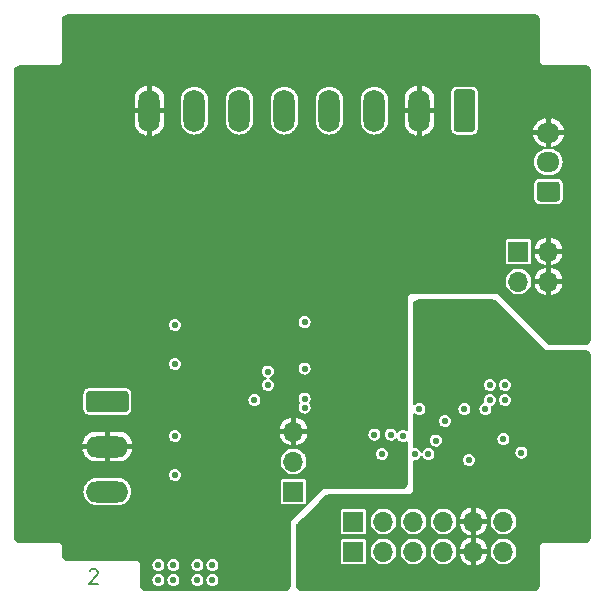
<source format=gbr>
G04 #@! TF.GenerationSoftware,KiCad,Pcbnew,(5.1.6)-1*
G04 #@! TF.CreationDate,2021-01-30T12:40:14+08:00*
G04 #@! TF.ProjectId,Module_ADS1263,4d6f6475-6c65-45f4-9144-53313236332e,rev?*
G04 #@! TF.SameCoordinates,Original*
G04 #@! TF.FileFunction,Copper,L2,Inr*
G04 #@! TF.FilePolarity,Positive*
%FSLAX46Y46*%
G04 Gerber Fmt 4.6, Leading zero omitted, Abs format (unit mm)*
G04 Created by KiCad (PCBNEW (5.1.6)-1) date 2021-01-30 12:40:14*
%MOMM*%
%LPD*%
G01*
G04 APERTURE LIST*
G04 #@! TA.AperFunction,NonConductor*
%ADD10C,0.203200*%
G04 #@! TD*
G04 #@! TA.AperFunction,ViaPad*
%ADD11O,1.700000X1.700000*%
G04 #@! TD*
G04 #@! TA.AperFunction,ViaPad*
%ADD12R,1.700000X1.700000*%
G04 #@! TD*
G04 #@! TA.AperFunction,ViaPad*
%ADD13O,1.950000X1.700000*%
G04 #@! TD*
G04 #@! TA.AperFunction,ViaPad*
%ADD14O,3.600000X1.800000*%
G04 #@! TD*
G04 #@! TA.AperFunction,ViaPad*
%ADD15O,1.800000X3.600000*%
G04 #@! TD*
G04 #@! TA.AperFunction,ViaPad*
%ADD16C,0.558800*%
G04 #@! TD*
G04 #@! TA.AperFunction,Conductor*
%ADD17C,0.127000*%
G04 #@! TD*
G04 APERTURE END LIST*
D10*
X108490657Y-129877457D02*
X108548714Y-129819400D01*
X108664828Y-129761342D01*
X108955114Y-129761342D01*
X109071228Y-129819400D01*
X109129285Y-129877457D01*
X109187342Y-129993571D01*
X109187342Y-130109685D01*
X109129285Y-130283857D01*
X108432600Y-130980542D01*
X109187342Y-130980542D01*
D11*
X147320000Y-105410000D03*
X144780000Y-105410000D03*
X147320000Y-102870000D03*
D12*
X144780000Y-102870000D03*
D13*
X147320000Y-92790000D03*
X147320000Y-95290000D03*
G04 #@! TA.AperFunction,ViaPad*
G36*
G01*
X148045000Y-98640000D02*
X146595000Y-98640000D01*
G75*
G02*
X146345000Y-98390000I0J250000D01*
G01*
X146345000Y-97190000D01*
G75*
G02*
X146595000Y-96940000I250000J0D01*
G01*
X148045000Y-96940000D01*
G75*
G02*
X148295000Y-97190000I0J-250000D01*
G01*
X148295000Y-98390000D01*
G75*
G02*
X148045000Y-98640000I-250000J0D01*
G01*
G37*
G04 #@! TD.AperFunction*
D11*
X143510000Y-128270000D03*
X140970000Y-128270000D03*
X138430000Y-128270000D03*
X135890000Y-128270000D03*
X133350000Y-128270000D03*
D12*
X130810000Y-128270000D03*
D11*
X143510000Y-125730000D03*
X140970000Y-125730000D03*
X138430000Y-125730000D03*
X135890000Y-125730000D03*
X133350000Y-125730000D03*
D12*
X130810000Y-125730000D03*
D14*
X109982000Y-123190000D03*
X109982000Y-119380000D03*
G04 #@! TA.AperFunction,ViaPad*
G36*
G01*
X108432000Y-114670000D02*
X111532000Y-114670000D01*
G75*
G02*
X111782000Y-114920000I0J-250000D01*
G01*
X111782000Y-116220000D01*
G75*
G02*
X111532000Y-116470000I-250000J0D01*
G01*
X108432000Y-116470000D01*
G75*
G02*
X108182000Y-116220000I0J250000D01*
G01*
X108182000Y-114920000D01*
G75*
G02*
X108432000Y-114670000I250000J0D01*
G01*
G37*
G04 #@! TD.AperFunction*
D15*
X113538000Y-90932000D03*
X117348000Y-90932000D03*
X121158000Y-90932000D03*
X124968000Y-90932000D03*
X128778000Y-90932000D03*
X132588000Y-90932000D03*
X136398000Y-90932000D03*
G04 #@! TA.AperFunction,ViaPad*
G36*
G01*
X141108000Y-89382000D02*
X141108000Y-92482000D01*
G75*
G02*
X140858000Y-92732000I-250000J0D01*
G01*
X139558000Y-92732000D01*
G75*
G02*
X139308000Y-92482000I0J250000D01*
G01*
X139308000Y-89382000D01*
G75*
G02*
X139558000Y-89132000I250000J0D01*
G01*
X140858000Y-89132000D01*
G75*
G02*
X141108000Y-89382000I0J-250000D01*
G01*
G37*
G04 #@! TD.AperFunction*
D11*
X125730000Y-118110000D03*
X125730000Y-120650000D03*
D12*
X125730000Y-123190000D03*
D16*
X104648000Y-107569000D03*
X103124000Y-107569000D03*
X104648000Y-101981000D03*
X103124000Y-101981000D03*
X104648000Y-94869000D03*
X103124000Y-94869000D03*
X104648000Y-89281000D03*
X103124000Y-89281000D03*
X114173000Y-97790000D03*
X114173000Y-99060000D03*
X137668000Y-95885000D03*
X137668000Y-97155000D03*
X130048000Y-100330000D03*
X131318000Y-100330000D03*
X137668000Y-103505000D03*
X137668000Y-104775000D03*
X122428000Y-100330000D03*
X123698000Y-100330000D03*
X113284000Y-117602000D03*
X114554000Y-117602000D03*
X117856000Y-116840000D03*
X119126000Y-116840000D03*
X120396000Y-116840000D03*
X117856000Y-124968000D03*
X119126000Y-124968000D03*
X114808000Y-107696000D03*
X116840000Y-107696000D03*
X118364000Y-108712000D03*
X120142000Y-108712000D03*
X123190000Y-117602000D03*
X124968000Y-113538000D03*
X124460000Y-115697000D03*
X123444000Y-129413000D03*
X124714000Y-129413000D03*
X123444000Y-130683000D03*
X124714000Y-130683000D03*
X148844000Y-109982000D03*
X148844000Y-108712000D03*
X150114000Y-109982000D03*
X150114000Y-108712000D03*
X103124000Y-97155000D03*
X103124000Y-98425000D03*
X103124000Y-99695000D03*
X106807000Y-107569000D03*
X108077000Y-107569000D03*
X109347000Y-107569000D03*
X106807000Y-89281000D03*
X108077000Y-89281000D03*
X109347000Y-89281000D03*
X133985000Y-118364000D03*
X126682500Y-115316000D03*
X126682500Y-116078000D03*
X126682500Y-108839000D03*
X117602000Y-129413000D03*
X118872000Y-129413000D03*
X118872000Y-130683000D03*
X117602000Y-130683000D03*
X132588000Y-118364000D03*
X126682500Y-112776000D03*
X114300000Y-129413000D03*
X115570000Y-129413000D03*
X114300000Y-130683000D03*
X115570000Y-130683000D03*
X123571000Y-113030000D03*
X123571000Y-114173000D03*
X122428000Y-115443000D03*
X136398000Y-108839000D03*
X139192000Y-107822994D03*
X126746000Y-129413000D03*
X128016000Y-129413000D03*
X128016000Y-130683000D03*
X126746000Y-130683000D03*
X148844000Y-111887000D03*
X150114000Y-111887000D03*
X148844000Y-113157000D03*
X150114000Y-113157000D03*
X148463000Y-115316000D03*
X149606000Y-115316000D03*
X143256000Y-111506000D03*
X143256000Y-109982000D03*
X141986000Y-116205000D03*
X142367000Y-114173000D03*
X143637000Y-114173000D03*
X143637000Y-115443000D03*
X142367000Y-115443000D03*
X145034000Y-119888000D03*
X143510000Y-118745000D03*
X137795000Y-118872000D03*
X133223000Y-120015000D03*
X138557000Y-117221000D03*
X136016996Y-120015000D03*
X140208000Y-116205000D03*
X136398000Y-116205000D03*
X137160000Y-120015000D03*
X135001000Y-118491000D03*
X140589000Y-120523000D03*
X115693500Y-118494500D03*
X115697000Y-121793000D03*
X115693500Y-109096500D03*
X115697000Y-112395000D03*
D17*
G36*
X146274866Y-82883791D02*
G01*
X146363158Y-82928779D01*
X146433221Y-82998842D01*
X146478209Y-83087134D01*
X146494500Y-83189996D01*
X146494500Y-86741000D01*
X146495282Y-86750933D01*
X146513929Y-86868668D01*
X146517072Y-86880713D01*
X146520068Y-86887564D01*
X146574186Y-86993775D01*
X146580898Y-87004259D01*
X146585864Y-87009847D01*
X146670153Y-87094136D01*
X146679775Y-87102033D01*
X146686225Y-87105814D01*
X146792436Y-87159932D01*
X146804028Y-87164469D01*
X146811332Y-87166071D01*
X146929067Y-87184718D01*
X146939000Y-87185500D01*
X150490004Y-87185500D01*
X150592866Y-87201791D01*
X150681158Y-87246779D01*
X150751221Y-87316842D01*
X150796209Y-87405134D01*
X150812500Y-87507996D01*
X150812500Y-110358004D01*
X150796209Y-110460866D01*
X150751221Y-110549158D01*
X150681158Y-110619221D01*
X150592866Y-110664209D01*
X150490004Y-110680500D01*
X147484070Y-110680500D01*
X147356789Y-110655182D01*
X147248886Y-110583084D01*
X143158493Y-106492691D01*
X143148871Y-106484794D01*
X143025266Y-106402204D01*
X143014287Y-106396336D01*
X143002375Y-106392722D01*
X142856573Y-106363720D01*
X142844185Y-106362500D01*
X135763000Y-106362500D01*
X135753067Y-106363282D01*
X135635332Y-106381929D01*
X135623287Y-106385072D01*
X135616436Y-106388068D01*
X135510225Y-106442186D01*
X135499741Y-106448898D01*
X135494153Y-106453864D01*
X135409864Y-106538153D01*
X135401967Y-106547775D01*
X135398186Y-106554225D01*
X135344068Y-106660436D01*
X135339531Y-106672028D01*
X135337929Y-106679332D01*
X135319282Y-106797067D01*
X135318500Y-106807000D01*
X135318500Y-117985262D01*
X135283738Y-117962034D01*
X135175109Y-117917039D01*
X135059790Y-117894100D01*
X134942210Y-117894100D01*
X134826891Y-117917039D01*
X134718262Y-117962034D01*
X134620499Y-118027358D01*
X134537358Y-118110499D01*
X134530393Y-118120922D01*
X134513966Y-118081262D01*
X134448642Y-117983499D01*
X134365501Y-117900358D01*
X134267738Y-117835034D01*
X134159109Y-117790039D01*
X134043790Y-117767100D01*
X133926210Y-117767100D01*
X133810891Y-117790039D01*
X133702262Y-117835034D01*
X133604499Y-117900358D01*
X133521358Y-117983499D01*
X133456034Y-118081262D01*
X133411039Y-118189891D01*
X133388100Y-118305210D01*
X133388100Y-118422790D01*
X133411039Y-118538109D01*
X133456034Y-118646738D01*
X133521358Y-118744501D01*
X133604499Y-118827642D01*
X133702262Y-118892966D01*
X133810891Y-118937961D01*
X133926210Y-118960900D01*
X134043790Y-118960900D01*
X134159109Y-118937961D01*
X134267738Y-118892966D01*
X134365501Y-118827642D01*
X134448642Y-118744501D01*
X134455607Y-118734078D01*
X134472034Y-118773738D01*
X134537358Y-118871501D01*
X134620499Y-118954642D01*
X134718262Y-119019966D01*
X134826891Y-119064961D01*
X134942210Y-119087900D01*
X135059790Y-119087900D01*
X135175109Y-119064961D01*
X135283738Y-119019966D01*
X135318500Y-118996738D01*
X135318500Y-122550004D01*
X135302209Y-122652866D01*
X135257221Y-122741158D01*
X135187158Y-122811221D01*
X135098866Y-122856209D01*
X134996004Y-122872500D01*
X128427815Y-122872500D01*
X128415427Y-122873720D01*
X128269625Y-122902722D01*
X128257713Y-122906336D01*
X128246734Y-122912204D01*
X128123129Y-122994794D01*
X128113507Y-123002691D01*
X125542691Y-125573507D01*
X125534794Y-125583129D01*
X125452204Y-125706734D01*
X125446336Y-125717713D01*
X125442722Y-125729625D01*
X125413720Y-125875427D01*
X125412500Y-125887815D01*
X125412500Y-131186004D01*
X125396209Y-131288866D01*
X125351221Y-131377158D01*
X125281158Y-131447221D01*
X125192866Y-131492209D01*
X125090004Y-131508500D01*
X113161996Y-131508500D01*
X113059134Y-131492209D01*
X112970842Y-131447221D01*
X112900779Y-131377158D01*
X112855791Y-131288866D01*
X112839500Y-131186004D01*
X112839500Y-130624210D01*
X113703100Y-130624210D01*
X113703100Y-130741790D01*
X113726039Y-130857109D01*
X113771034Y-130965738D01*
X113836358Y-131063501D01*
X113919499Y-131146642D01*
X114017262Y-131211966D01*
X114125891Y-131256961D01*
X114241210Y-131279900D01*
X114358790Y-131279900D01*
X114474109Y-131256961D01*
X114582738Y-131211966D01*
X114680501Y-131146642D01*
X114763642Y-131063501D01*
X114828966Y-130965738D01*
X114873961Y-130857109D01*
X114896900Y-130741790D01*
X114896900Y-130624210D01*
X114973100Y-130624210D01*
X114973100Y-130741790D01*
X114996039Y-130857109D01*
X115041034Y-130965738D01*
X115106358Y-131063501D01*
X115189499Y-131146642D01*
X115287262Y-131211966D01*
X115395891Y-131256961D01*
X115511210Y-131279900D01*
X115628790Y-131279900D01*
X115744109Y-131256961D01*
X115852738Y-131211966D01*
X115950501Y-131146642D01*
X116033642Y-131063501D01*
X116098966Y-130965738D01*
X116143961Y-130857109D01*
X116166900Y-130741790D01*
X116166900Y-130624210D01*
X117005100Y-130624210D01*
X117005100Y-130741790D01*
X117028039Y-130857109D01*
X117073034Y-130965738D01*
X117138358Y-131063501D01*
X117221499Y-131146642D01*
X117319262Y-131211966D01*
X117427891Y-131256961D01*
X117543210Y-131279900D01*
X117660790Y-131279900D01*
X117776109Y-131256961D01*
X117884738Y-131211966D01*
X117982501Y-131146642D01*
X118065642Y-131063501D01*
X118130966Y-130965738D01*
X118175961Y-130857109D01*
X118198900Y-130741790D01*
X118198900Y-130624210D01*
X118275100Y-130624210D01*
X118275100Y-130741790D01*
X118298039Y-130857109D01*
X118343034Y-130965738D01*
X118408358Y-131063501D01*
X118491499Y-131146642D01*
X118589262Y-131211966D01*
X118697891Y-131256961D01*
X118813210Y-131279900D01*
X118930790Y-131279900D01*
X119046109Y-131256961D01*
X119154738Y-131211966D01*
X119252501Y-131146642D01*
X119335642Y-131063501D01*
X119400966Y-130965738D01*
X119445961Y-130857109D01*
X119468900Y-130741790D01*
X119468900Y-130624210D01*
X119445961Y-130508891D01*
X119400966Y-130400262D01*
X119335642Y-130302499D01*
X119252501Y-130219358D01*
X119154738Y-130154034D01*
X119046109Y-130109039D01*
X118930790Y-130086100D01*
X118813210Y-130086100D01*
X118697891Y-130109039D01*
X118589262Y-130154034D01*
X118491499Y-130219358D01*
X118408358Y-130302499D01*
X118343034Y-130400262D01*
X118298039Y-130508891D01*
X118275100Y-130624210D01*
X118198900Y-130624210D01*
X118175961Y-130508891D01*
X118130966Y-130400262D01*
X118065642Y-130302499D01*
X117982501Y-130219358D01*
X117884738Y-130154034D01*
X117776109Y-130109039D01*
X117660790Y-130086100D01*
X117543210Y-130086100D01*
X117427891Y-130109039D01*
X117319262Y-130154034D01*
X117221499Y-130219358D01*
X117138358Y-130302499D01*
X117073034Y-130400262D01*
X117028039Y-130508891D01*
X117005100Y-130624210D01*
X116166900Y-130624210D01*
X116143961Y-130508891D01*
X116098966Y-130400262D01*
X116033642Y-130302499D01*
X115950501Y-130219358D01*
X115852738Y-130154034D01*
X115744109Y-130109039D01*
X115628790Y-130086100D01*
X115511210Y-130086100D01*
X115395891Y-130109039D01*
X115287262Y-130154034D01*
X115189499Y-130219358D01*
X115106358Y-130302499D01*
X115041034Y-130400262D01*
X114996039Y-130508891D01*
X114973100Y-130624210D01*
X114896900Y-130624210D01*
X114873961Y-130508891D01*
X114828966Y-130400262D01*
X114763642Y-130302499D01*
X114680501Y-130219358D01*
X114582738Y-130154034D01*
X114474109Y-130109039D01*
X114358790Y-130086100D01*
X114241210Y-130086100D01*
X114125891Y-130109039D01*
X114017262Y-130154034D01*
X113919499Y-130219358D01*
X113836358Y-130302499D01*
X113771034Y-130400262D01*
X113726039Y-130508891D01*
X113703100Y-130624210D01*
X112839500Y-130624210D01*
X112839500Y-129413000D01*
X112838718Y-129403067D01*
X112830980Y-129354210D01*
X113703100Y-129354210D01*
X113703100Y-129471790D01*
X113726039Y-129587109D01*
X113771034Y-129695738D01*
X113836358Y-129793501D01*
X113919499Y-129876642D01*
X114017262Y-129941966D01*
X114125891Y-129986961D01*
X114241210Y-130009900D01*
X114358790Y-130009900D01*
X114474109Y-129986961D01*
X114582738Y-129941966D01*
X114680501Y-129876642D01*
X114763642Y-129793501D01*
X114828966Y-129695738D01*
X114873961Y-129587109D01*
X114896900Y-129471790D01*
X114896900Y-129354210D01*
X114973100Y-129354210D01*
X114973100Y-129471790D01*
X114996039Y-129587109D01*
X115041034Y-129695738D01*
X115106358Y-129793501D01*
X115189499Y-129876642D01*
X115287262Y-129941966D01*
X115395891Y-129986961D01*
X115511210Y-130009900D01*
X115628790Y-130009900D01*
X115744109Y-129986961D01*
X115852738Y-129941966D01*
X115950501Y-129876642D01*
X116033642Y-129793501D01*
X116098966Y-129695738D01*
X116143961Y-129587109D01*
X116166900Y-129471790D01*
X116166900Y-129354210D01*
X117005100Y-129354210D01*
X117005100Y-129471790D01*
X117028039Y-129587109D01*
X117073034Y-129695738D01*
X117138358Y-129793501D01*
X117221499Y-129876642D01*
X117319262Y-129941966D01*
X117427891Y-129986961D01*
X117543210Y-130009900D01*
X117660790Y-130009900D01*
X117776109Y-129986961D01*
X117884738Y-129941966D01*
X117982501Y-129876642D01*
X118065642Y-129793501D01*
X118130966Y-129695738D01*
X118175961Y-129587109D01*
X118198900Y-129471790D01*
X118198900Y-129354210D01*
X118275100Y-129354210D01*
X118275100Y-129471790D01*
X118298039Y-129587109D01*
X118343034Y-129695738D01*
X118408358Y-129793501D01*
X118491499Y-129876642D01*
X118589262Y-129941966D01*
X118697891Y-129986961D01*
X118813210Y-130009900D01*
X118930790Y-130009900D01*
X119046109Y-129986961D01*
X119154738Y-129941966D01*
X119252501Y-129876642D01*
X119335642Y-129793501D01*
X119400966Y-129695738D01*
X119445961Y-129587109D01*
X119468900Y-129471790D01*
X119468900Y-129354210D01*
X119445961Y-129238891D01*
X119400966Y-129130262D01*
X119335642Y-129032499D01*
X119252501Y-128949358D01*
X119154738Y-128884034D01*
X119046109Y-128839039D01*
X118930790Y-128816100D01*
X118813210Y-128816100D01*
X118697891Y-128839039D01*
X118589262Y-128884034D01*
X118491499Y-128949358D01*
X118408358Y-129032499D01*
X118343034Y-129130262D01*
X118298039Y-129238891D01*
X118275100Y-129354210D01*
X118198900Y-129354210D01*
X118175961Y-129238891D01*
X118130966Y-129130262D01*
X118065642Y-129032499D01*
X117982501Y-128949358D01*
X117884738Y-128884034D01*
X117776109Y-128839039D01*
X117660790Y-128816100D01*
X117543210Y-128816100D01*
X117427891Y-128839039D01*
X117319262Y-128884034D01*
X117221499Y-128949358D01*
X117138358Y-129032499D01*
X117073034Y-129130262D01*
X117028039Y-129238891D01*
X117005100Y-129354210D01*
X116166900Y-129354210D01*
X116143961Y-129238891D01*
X116098966Y-129130262D01*
X116033642Y-129032499D01*
X115950501Y-128949358D01*
X115852738Y-128884034D01*
X115744109Y-128839039D01*
X115628790Y-128816100D01*
X115511210Y-128816100D01*
X115395891Y-128839039D01*
X115287262Y-128884034D01*
X115189499Y-128949358D01*
X115106358Y-129032499D01*
X115041034Y-129130262D01*
X114996039Y-129238891D01*
X114973100Y-129354210D01*
X114896900Y-129354210D01*
X114873961Y-129238891D01*
X114828966Y-129130262D01*
X114763642Y-129032499D01*
X114680501Y-128949358D01*
X114582738Y-128884034D01*
X114474109Y-128839039D01*
X114358790Y-128816100D01*
X114241210Y-128816100D01*
X114125891Y-128839039D01*
X114017262Y-128884034D01*
X113919499Y-128949358D01*
X113836358Y-129032499D01*
X113771034Y-129130262D01*
X113726039Y-129238891D01*
X113703100Y-129354210D01*
X112830980Y-129354210D01*
X112820071Y-129285332D01*
X112816928Y-129273287D01*
X112813932Y-129266436D01*
X112759814Y-129160225D01*
X112753102Y-129149741D01*
X112748136Y-129144153D01*
X112663847Y-129059864D01*
X112654225Y-129051967D01*
X112647775Y-129048186D01*
X112541564Y-128994068D01*
X112529972Y-128989531D01*
X112522668Y-128987929D01*
X112404933Y-128969282D01*
X112395000Y-128968500D01*
X106557996Y-128968500D01*
X106455134Y-128952209D01*
X106366842Y-128907221D01*
X106296779Y-128837158D01*
X106251791Y-128748866D01*
X106235500Y-128646004D01*
X106235500Y-127889000D01*
X106234718Y-127879067D01*
X106216071Y-127761332D01*
X106212928Y-127749287D01*
X106209932Y-127742436D01*
X106155814Y-127636225D01*
X106149102Y-127625741D01*
X106144136Y-127620153D01*
X106059847Y-127535864D01*
X106050225Y-127527967D01*
X106043775Y-127524186D01*
X105937564Y-127470068D01*
X105925972Y-127465531D01*
X105918668Y-127463929D01*
X105800933Y-127445282D01*
X105791000Y-127444500D01*
X102493996Y-127444500D01*
X102391134Y-127428209D01*
X102302842Y-127383221D01*
X102232779Y-127313158D01*
X102187791Y-127224866D01*
X102171500Y-127122004D01*
X102171500Y-123190000D01*
X107858610Y-123190000D01*
X107882117Y-123428672D01*
X107951735Y-123658171D01*
X108064788Y-123869679D01*
X108216933Y-124055067D01*
X108402321Y-124207212D01*
X108613829Y-124320265D01*
X108843328Y-124389883D01*
X109022197Y-124407500D01*
X110941803Y-124407500D01*
X111120672Y-124389883D01*
X111350171Y-124320265D01*
X111561679Y-124207212D01*
X111747067Y-124055067D01*
X111899212Y-123869679D01*
X112012265Y-123658171D01*
X112081883Y-123428672D01*
X112105390Y-123190000D01*
X112081883Y-122951328D01*
X112012265Y-122721829D01*
X111899212Y-122510321D01*
X111747067Y-122324933D01*
X111561679Y-122172788D01*
X111350171Y-122059735D01*
X111120672Y-121990117D01*
X110941803Y-121972500D01*
X109022197Y-121972500D01*
X108843328Y-121990117D01*
X108613829Y-122059735D01*
X108402321Y-122172788D01*
X108216933Y-122324933D01*
X108064788Y-122510321D01*
X107951735Y-122721829D01*
X107882117Y-122951328D01*
X107858610Y-123190000D01*
X102171500Y-123190000D01*
X102171500Y-121734210D01*
X115100100Y-121734210D01*
X115100100Y-121851790D01*
X115123039Y-121967109D01*
X115168034Y-122075738D01*
X115233358Y-122173501D01*
X115316499Y-122256642D01*
X115414262Y-122321966D01*
X115522891Y-122366961D01*
X115638210Y-122389900D01*
X115755790Y-122389900D01*
X115871109Y-122366961D01*
X115936199Y-122340000D01*
X124560964Y-122340000D01*
X124560964Y-124040000D01*
X124567094Y-124102241D01*
X124585249Y-124162090D01*
X124614731Y-124217247D01*
X124654407Y-124265593D01*
X124702753Y-124305269D01*
X124757910Y-124334751D01*
X124817759Y-124352906D01*
X124880000Y-124359036D01*
X126580000Y-124359036D01*
X126642241Y-124352906D01*
X126702090Y-124334751D01*
X126757247Y-124305269D01*
X126805593Y-124265593D01*
X126845269Y-124217247D01*
X126874751Y-124162090D01*
X126892906Y-124102241D01*
X126899036Y-124040000D01*
X126899036Y-122340000D01*
X126892906Y-122277759D01*
X126874751Y-122217910D01*
X126845269Y-122162753D01*
X126805593Y-122114407D01*
X126757247Y-122074731D01*
X126702090Y-122045249D01*
X126642241Y-122027094D01*
X126580000Y-122020964D01*
X124880000Y-122020964D01*
X124817759Y-122027094D01*
X124757910Y-122045249D01*
X124702753Y-122074731D01*
X124654407Y-122114407D01*
X124614731Y-122162753D01*
X124585249Y-122217910D01*
X124567094Y-122277759D01*
X124560964Y-122340000D01*
X115936199Y-122340000D01*
X115979738Y-122321966D01*
X116077501Y-122256642D01*
X116160642Y-122173501D01*
X116225966Y-122075738D01*
X116270961Y-121967109D01*
X116293900Y-121851790D01*
X116293900Y-121734210D01*
X116270961Y-121618891D01*
X116225966Y-121510262D01*
X116160642Y-121412499D01*
X116077501Y-121329358D01*
X115979738Y-121264034D01*
X115871109Y-121219039D01*
X115755790Y-121196100D01*
X115638210Y-121196100D01*
X115522891Y-121219039D01*
X115414262Y-121264034D01*
X115316499Y-121329358D01*
X115233358Y-121412499D01*
X115168034Y-121510262D01*
X115123039Y-121618891D01*
X115100100Y-121734210D01*
X102171500Y-121734210D01*
X102171500Y-119714822D01*
X107779858Y-119714822D01*
X107791243Y-119777185D01*
X107893531Y-120021367D01*
X108041492Y-120240902D01*
X108229439Y-120427353D01*
X108450149Y-120573555D01*
X108695141Y-120673889D01*
X108955000Y-120724500D01*
X109855000Y-120724500D01*
X109855000Y-119507000D01*
X110109000Y-119507000D01*
X110109000Y-120724500D01*
X111009000Y-120724500D01*
X111268859Y-120673889D01*
X111513851Y-120573555D01*
X111572037Y-120535011D01*
X124562500Y-120535011D01*
X124562500Y-120764989D01*
X124607366Y-120990547D01*
X124695375Y-121203019D01*
X124823144Y-121394238D01*
X124985762Y-121556856D01*
X125176981Y-121684625D01*
X125389453Y-121772634D01*
X125615011Y-121817500D01*
X125844989Y-121817500D01*
X126070547Y-121772634D01*
X126283019Y-121684625D01*
X126474238Y-121556856D01*
X126636856Y-121394238D01*
X126764625Y-121203019D01*
X126852634Y-120990547D01*
X126897500Y-120764989D01*
X126897500Y-120535011D01*
X126852634Y-120309453D01*
X126764625Y-120096981D01*
X126670565Y-119956210D01*
X132626100Y-119956210D01*
X132626100Y-120073790D01*
X132649039Y-120189109D01*
X132694034Y-120297738D01*
X132759358Y-120395501D01*
X132842499Y-120478642D01*
X132940262Y-120543966D01*
X133048891Y-120588961D01*
X133164210Y-120611900D01*
X133281790Y-120611900D01*
X133397109Y-120588961D01*
X133505738Y-120543966D01*
X133603501Y-120478642D01*
X133686642Y-120395501D01*
X133751966Y-120297738D01*
X133796961Y-120189109D01*
X133819900Y-120073790D01*
X133819900Y-119956210D01*
X133796961Y-119840891D01*
X133751966Y-119732262D01*
X133686642Y-119634499D01*
X133603501Y-119551358D01*
X133505738Y-119486034D01*
X133397109Y-119441039D01*
X133281790Y-119418100D01*
X133164210Y-119418100D01*
X133048891Y-119441039D01*
X132940262Y-119486034D01*
X132842499Y-119551358D01*
X132759358Y-119634499D01*
X132694034Y-119732262D01*
X132649039Y-119840891D01*
X132626100Y-119956210D01*
X126670565Y-119956210D01*
X126636856Y-119905762D01*
X126474238Y-119743144D01*
X126283019Y-119615375D01*
X126070547Y-119527366D01*
X125844989Y-119482500D01*
X125615011Y-119482500D01*
X125389453Y-119527366D01*
X125176981Y-119615375D01*
X124985762Y-119743144D01*
X124823144Y-119905762D01*
X124695375Y-120096981D01*
X124607366Y-120309453D01*
X124562500Y-120535011D01*
X111572037Y-120535011D01*
X111734561Y-120427353D01*
X111922508Y-120240902D01*
X112070469Y-120021367D01*
X112172757Y-119777185D01*
X112184142Y-119714822D01*
X112108819Y-119507000D01*
X110109000Y-119507000D01*
X109855000Y-119507000D01*
X107855181Y-119507000D01*
X107779858Y-119714822D01*
X102171500Y-119714822D01*
X102171500Y-119045178D01*
X107779858Y-119045178D01*
X107855181Y-119253000D01*
X109855000Y-119253000D01*
X109855000Y-118035500D01*
X110109000Y-118035500D01*
X110109000Y-119253000D01*
X112108819Y-119253000D01*
X112184142Y-119045178D01*
X112172757Y-118982815D01*
X112070469Y-118738633D01*
X111922508Y-118519098D01*
X111838451Y-118435710D01*
X115096600Y-118435710D01*
X115096600Y-118553290D01*
X115119539Y-118668609D01*
X115164534Y-118777238D01*
X115229858Y-118875001D01*
X115312999Y-118958142D01*
X115410762Y-119023466D01*
X115519391Y-119068461D01*
X115634710Y-119091400D01*
X115752290Y-119091400D01*
X115867609Y-119068461D01*
X115976238Y-119023466D01*
X116074001Y-118958142D01*
X116157142Y-118875001D01*
X116222466Y-118777238D01*
X116267461Y-118668609D01*
X116290400Y-118553290D01*
X116290400Y-118436964D01*
X124477473Y-118436964D01*
X124506905Y-118534008D01*
X124613126Y-118764475D01*
X124762268Y-118969791D01*
X124948600Y-119142065D01*
X125164960Y-119274678D01*
X125403035Y-119362533D01*
X125603000Y-119287136D01*
X125603000Y-118237000D01*
X125857000Y-118237000D01*
X125857000Y-119287136D01*
X126056965Y-119362533D01*
X126295040Y-119274678D01*
X126511400Y-119142065D01*
X126697732Y-118969791D01*
X126846874Y-118764475D01*
X126953095Y-118534008D01*
X126982527Y-118436964D01*
X126932461Y-118305210D01*
X131991100Y-118305210D01*
X131991100Y-118422790D01*
X132014039Y-118538109D01*
X132059034Y-118646738D01*
X132124358Y-118744501D01*
X132207499Y-118827642D01*
X132305262Y-118892966D01*
X132413891Y-118937961D01*
X132529210Y-118960900D01*
X132646790Y-118960900D01*
X132762109Y-118937961D01*
X132870738Y-118892966D01*
X132968501Y-118827642D01*
X133051642Y-118744501D01*
X133116966Y-118646738D01*
X133161961Y-118538109D01*
X133184900Y-118422790D01*
X133184900Y-118305210D01*
X133161961Y-118189891D01*
X133116966Y-118081262D01*
X133051642Y-117983499D01*
X132968501Y-117900358D01*
X132870738Y-117835034D01*
X132762109Y-117790039D01*
X132646790Y-117767100D01*
X132529210Y-117767100D01*
X132413891Y-117790039D01*
X132305262Y-117835034D01*
X132207499Y-117900358D01*
X132124358Y-117983499D01*
X132059034Y-118081262D01*
X132014039Y-118189891D01*
X131991100Y-118305210D01*
X126932461Y-118305210D01*
X126906540Y-118237000D01*
X125857000Y-118237000D01*
X125603000Y-118237000D01*
X124553460Y-118237000D01*
X124477473Y-118436964D01*
X116290400Y-118436964D01*
X116290400Y-118435710D01*
X116267461Y-118320391D01*
X116222466Y-118211762D01*
X116157142Y-118113999D01*
X116074001Y-118030858D01*
X115976238Y-117965534D01*
X115867609Y-117920539D01*
X115752290Y-117897600D01*
X115634710Y-117897600D01*
X115519391Y-117920539D01*
X115410762Y-117965534D01*
X115312999Y-118030858D01*
X115229858Y-118113999D01*
X115164534Y-118211762D01*
X115119539Y-118320391D01*
X115096600Y-118435710D01*
X111838451Y-118435710D01*
X111734561Y-118332647D01*
X111513851Y-118186445D01*
X111268859Y-118086111D01*
X111009000Y-118035500D01*
X110109000Y-118035500D01*
X109855000Y-118035500D01*
X108955000Y-118035500D01*
X108695141Y-118086111D01*
X108450149Y-118186445D01*
X108229439Y-118332647D01*
X108041492Y-118519098D01*
X107893531Y-118738633D01*
X107791243Y-118982815D01*
X107779858Y-119045178D01*
X102171500Y-119045178D01*
X102171500Y-117783036D01*
X124477473Y-117783036D01*
X124553460Y-117983000D01*
X125603000Y-117983000D01*
X125603000Y-116932864D01*
X125857000Y-116932864D01*
X125857000Y-117983000D01*
X126906540Y-117983000D01*
X126982527Y-117783036D01*
X126953095Y-117685992D01*
X126846874Y-117455525D01*
X126697732Y-117250209D01*
X126511400Y-117077935D01*
X126295040Y-116945322D01*
X126056965Y-116857467D01*
X125857000Y-116932864D01*
X125603000Y-116932864D01*
X125403035Y-116857467D01*
X125164960Y-116945322D01*
X124948600Y-117077935D01*
X124762268Y-117250209D01*
X124613126Y-117455525D01*
X124506905Y-117685992D01*
X124477473Y-117783036D01*
X102171500Y-117783036D01*
X102171500Y-114920000D01*
X107862964Y-114920000D01*
X107862964Y-116220000D01*
X107873898Y-116331013D01*
X107906279Y-116437761D01*
X107958864Y-116536139D01*
X108029631Y-116622369D01*
X108115861Y-116693136D01*
X108214239Y-116745721D01*
X108320987Y-116778102D01*
X108432000Y-116789036D01*
X111532000Y-116789036D01*
X111643013Y-116778102D01*
X111749761Y-116745721D01*
X111848139Y-116693136D01*
X111934369Y-116622369D01*
X112005136Y-116536139D01*
X112057721Y-116437761D01*
X112090102Y-116331013D01*
X112101036Y-116220000D01*
X112101036Y-115384210D01*
X121831100Y-115384210D01*
X121831100Y-115501790D01*
X121854039Y-115617109D01*
X121899034Y-115725738D01*
X121964358Y-115823501D01*
X122047499Y-115906642D01*
X122145262Y-115971966D01*
X122253891Y-116016961D01*
X122369210Y-116039900D01*
X122486790Y-116039900D01*
X122602109Y-116016961D01*
X122710738Y-115971966D01*
X122808501Y-115906642D01*
X122891642Y-115823501D01*
X122956966Y-115725738D01*
X123001961Y-115617109D01*
X123024900Y-115501790D01*
X123024900Y-115384210D01*
X123001961Y-115268891D01*
X122997123Y-115257210D01*
X126085600Y-115257210D01*
X126085600Y-115374790D01*
X126108539Y-115490109D01*
X126153534Y-115598738D01*
X126218858Y-115696501D01*
X126219357Y-115697000D01*
X126218858Y-115697499D01*
X126153534Y-115795262D01*
X126108539Y-115903891D01*
X126085600Y-116019210D01*
X126085600Y-116136790D01*
X126108539Y-116252109D01*
X126153534Y-116360738D01*
X126218858Y-116458501D01*
X126301999Y-116541642D01*
X126399762Y-116606966D01*
X126508391Y-116651961D01*
X126623710Y-116674900D01*
X126741290Y-116674900D01*
X126856609Y-116651961D01*
X126965238Y-116606966D01*
X127063001Y-116541642D01*
X127146142Y-116458501D01*
X127211466Y-116360738D01*
X127256461Y-116252109D01*
X127279400Y-116136790D01*
X127279400Y-116019210D01*
X127256461Y-115903891D01*
X127211466Y-115795262D01*
X127146142Y-115697499D01*
X127145643Y-115697000D01*
X127146142Y-115696501D01*
X127211466Y-115598738D01*
X127256461Y-115490109D01*
X127279400Y-115374790D01*
X127279400Y-115257210D01*
X127256461Y-115141891D01*
X127211466Y-115033262D01*
X127146142Y-114935499D01*
X127063001Y-114852358D01*
X126965238Y-114787034D01*
X126856609Y-114742039D01*
X126741290Y-114719100D01*
X126623710Y-114719100D01*
X126508391Y-114742039D01*
X126399762Y-114787034D01*
X126301999Y-114852358D01*
X126218858Y-114935499D01*
X126153534Y-115033262D01*
X126108539Y-115141891D01*
X126085600Y-115257210D01*
X122997123Y-115257210D01*
X122956966Y-115160262D01*
X122891642Y-115062499D01*
X122808501Y-114979358D01*
X122710738Y-114914034D01*
X122602109Y-114869039D01*
X122486790Y-114846100D01*
X122369210Y-114846100D01*
X122253891Y-114869039D01*
X122145262Y-114914034D01*
X122047499Y-114979358D01*
X121964358Y-115062499D01*
X121899034Y-115160262D01*
X121854039Y-115268891D01*
X121831100Y-115384210D01*
X112101036Y-115384210D01*
X112101036Y-114920000D01*
X112090102Y-114808987D01*
X112057721Y-114702239D01*
X112005136Y-114603861D01*
X111934369Y-114517631D01*
X111848139Y-114446864D01*
X111749761Y-114394279D01*
X111643013Y-114361898D01*
X111532000Y-114350964D01*
X108432000Y-114350964D01*
X108320987Y-114361898D01*
X108214239Y-114394279D01*
X108115861Y-114446864D01*
X108029631Y-114517631D01*
X107958864Y-114603861D01*
X107906279Y-114702239D01*
X107873898Y-114808987D01*
X107862964Y-114920000D01*
X102171500Y-114920000D01*
X102171500Y-112336210D01*
X115100100Y-112336210D01*
X115100100Y-112453790D01*
X115123039Y-112569109D01*
X115168034Y-112677738D01*
X115233358Y-112775501D01*
X115316499Y-112858642D01*
X115414262Y-112923966D01*
X115522891Y-112968961D01*
X115638210Y-112991900D01*
X115755790Y-112991900D01*
X115859802Y-112971210D01*
X122974100Y-112971210D01*
X122974100Y-113088790D01*
X122997039Y-113204109D01*
X123042034Y-113312738D01*
X123107358Y-113410501D01*
X123190499Y-113493642D01*
X123288262Y-113558966D01*
X123390950Y-113601500D01*
X123288262Y-113644034D01*
X123190499Y-113709358D01*
X123107358Y-113792499D01*
X123042034Y-113890262D01*
X122997039Y-113998891D01*
X122974100Y-114114210D01*
X122974100Y-114231790D01*
X122997039Y-114347109D01*
X123042034Y-114455738D01*
X123107358Y-114553501D01*
X123190499Y-114636642D01*
X123288262Y-114701966D01*
X123396891Y-114746961D01*
X123512210Y-114769900D01*
X123629790Y-114769900D01*
X123745109Y-114746961D01*
X123853738Y-114701966D01*
X123951501Y-114636642D01*
X124034642Y-114553501D01*
X124099966Y-114455738D01*
X124144961Y-114347109D01*
X124167900Y-114231790D01*
X124167900Y-114114210D01*
X124144961Y-113998891D01*
X124099966Y-113890262D01*
X124034642Y-113792499D01*
X123951501Y-113709358D01*
X123853738Y-113644034D01*
X123751050Y-113601500D01*
X123853738Y-113558966D01*
X123951501Y-113493642D01*
X124034642Y-113410501D01*
X124099966Y-113312738D01*
X124144961Y-113204109D01*
X124167900Y-113088790D01*
X124167900Y-112971210D01*
X124144961Y-112855891D01*
X124099966Y-112747262D01*
X124079886Y-112717210D01*
X126085600Y-112717210D01*
X126085600Y-112834790D01*
X126108539Y-112950109D01*
X126153534Y-113058738D01*
X126218858Y-113156501D01*
X126301999Y-113239642D01*
X126399762Y-113304966D01*
X126508391Y-113349961D01*
X126623710Y-113372900D01*
X126741290Y-113372900D01*
X126856609Y-113349961D01*
X126965238Y-113304966D01*
X127063001Y-113239642D01*
X127146142Y-113156501D01*
X127211466Y-113058738D01*
X127256461Y-112950109D01*
X127279400Y-112834790D01*
X127279400Y-112717210D01*
X127256461Y-112601891D01*
X127211466Y-112493262D01*
X127146142Y-112395499D01*
X127063001Y-112312358D01*
X126965238Y-112247034D01*
X126856609Y-112202039D01*
X126741290Y-112179100D01*
X126623710Y-112179100D01*
X126508391Y-112202039D01*
X126399762Y-112247034D01*
X126301999Y-112312358D01*
X126218858Y-112395499D01*
X126153534Y-112493262D01*
X126108539Y-112601891D01*
X126085600Y-112717210D01*
X124079886Y-112717210D01*
X124034642Y-112649499D01*
X123951501Y-112566358D01*
X123853738Y-112501034D01*
X123745109Y-112456039D01*
X123629790Y-112433100D01*
X123512210Y-112433100D01*
X123396891Y-112456039D01*
X123288262Y-112501034D01*
X123190499Y-112566358D01*
X123107358Y-112649499D01*
X123042034Y-112747262D01*
X122997039Y-112855891D01*
X122974100Y-112971210D01*
X115859802Y-112971210D01*
X115871109Y-112968961D01*
X115979738Y-112923966D01*
X116077501Y-112858642D01*
X116160642Y-112775501D01*
X116225966Y-112677738D01*
X116270961Y-112569109D01*
X116293900Y-112453790D01*
X116293900Y-112336210D01*
X116270961Y-112220891D01*
X116225966Y-112112262D01*
X116160642Y-112014499D01*
X116077501Y-111931358D01*
X115979738Y-111866034D01*
X115871109Y-111821039D01*
X115755790Y-111798100D01*
X115638210Y-111798100D01*
X115522891Y-111821039D01*
X115414262Y-111866034D01*
X115316499Y-111931358D01*
X115233358Y-112014499D01*
X115168034Y-112112262D01*
X115123039Y-112220891D01*
X115100100Y-112336210D01*
X102171500Y-112336210D01*
X102171500Y-109037710D01*
X115096600Y-109037710D01*
X115096600Y-109155290D01*
X115119539Y-109270609D01*
X115164534Y-109379238D01*
X115229858Y-109477001D01*
X115312999Y-109560142D01*
X115410762Y-109625466D01*
X115519391Y-109670461D01*
X115634710Y-109693400D01*
X115752290Y-109693400D01*
X115867609Y-109670461D01*
X115976238Y-109625466D01*
X116074001Y-109560142D01*
X116157142Y-109477001D01*
X116222466Y-109379238D01*
X116267461Y-109270609D01*
X116290400Y-109155290D01*
X116290400Y-109037710D01*
X116267461Y-108922391D01*
X116222466Y-108813762D01*
X116200047Y-108780210D01*
X126085600Y-108780210D01*
X126085600Y-108897790D01*
X126108539Y-109013109D01*
X126153534Y-109121738D01*
X126218858Y-109219501D01*
X126301999Y-109302642D01*
X126399762Y-109367966D01*
X126508391Y-109412961D01*
X126623710Y-109435900D01*
X126741290Y-109435900D01*
X126856609Y-109412961D01*
X126965238Y-109367966D01*
X127063001Y-109302642D01*
X127146142Y-109219501D01*
X127211466Y-109121738D01*
X127256461Y-109013109D01*
X127279400Y-108897790D01*
X127279400Y-108780210D01*
X127256461Y-108664891D01*
X127211466Y-108556262D01*
X127146142Y-108458499D01*
X127063001Y-108375358D01*
X126965238Y-108310034D01*
X126856609Y-108265039D01*
X126741290Y-108242100D01*
X126623710Y-108242100D01*
X126508391Y-108265039D01*
X126399762Y-108310034D01*
X126301999Y-108375358D01*
X126218858Y-108458499D01*
X126153534Y-108556262D01*
X126108539Y-108664891D01*
X126085600Y-108780210D01*
X116200047Y-108780210D01*
X116157142Y-108715999D01*
X116074001Y-108632858D01*
X115976238Y-108567534D01*
X115867609Y-108522539D01*
X115752290Y-108499600D01*
X115634710Y-108499600D01*
X115519391Y-108522539D01*
X115410762Y-108567534D01*
X115312999Y-108632858D01*
X115229858Y-108715999D01*
X115164534Y-108813762D01*
X115119539Y-108922391D01*
X115096600Y-109037710D01*
X102171500Y-109037710D01*
X102171500Y-105295011D01*
X143612500Y-105295011D01*
X143612500Y-105524989D01*
X143657366Y-105750547D01*
X143745375Y-105963019D01*
X143873144Y-106154238D01*
X144035762Y-106316856D01*
X144226981Y-106444625D01*
X144439453Y-106532634D01*
X144665011Y-106577500D01*
X144894989Y-106577500D01*
X145120547Y-106532634D01*
X145333019Y-106444625D01*
X145524238Y-106316856D01*
X145686856Y-106154238D01*
X145814625Y-105963019D01*
X145902634Y-105750547D01*
X145905335Y-105736964D01*
X146067473Y-105736964D01*
X146096905Y-105834008D01*
X146203126Y-106064475D01*
X146352268Y-106269791D01*
X146538600Y-106442065D01*
X146754960Y-106574678D01*
X146993035Y-106662533D01*
X147193000Y-106587136D01*
X147193000Y-105537000D01*
X147447000Y-105537000D01*
X147447000Y-106587136D01*
X147646965Y-106662533D01*
X147885040Y-106574678D01*
X148101400Y-106442065D01*
X148287732Y-106269791D01*
X148436874Y-106064475D01*
X148543095Y-105834008D01*
X148572527Y-105736964D01*
X148496540Y-105537000D01*
X147447000Y-105537000D01*
X147193000Y-105537000D01*
X146143460Y-105537000D01*
X146067473Y-105736964D01*
X145905335Y-105736964D01*
X145947500Y-105524989D01*
X145947500Y-105295011D01*
X145905336Y-105083036D01*
X146067473Y-105083036D01*
X146143460Y-105283000D01*
X147193000Y-105283000D01*
X147193000Y-104232864D01*
X147447000Y-104232864D01*
X147447000Y-105283000D01*
X148496540Y-105283000D01*
X148572527Y-105083036D01*
X148543095Y-104985992D01*
X148436874Y-104755525D01*
X148287732Y-104550209D01*
X148101400Y-104377935D01*
X147885040Y-104245322D01*
X147646965Y-104157467D01*
X147447000Y-104232864D01*
X147193000Y-104232864D01*
X146993035Y-104157467D01*
X146754960Y-104245322D01*
X146538600Y-104377935D01*
X146352268Y-104550209D01*
X146203126Y-104755525D01*
X146096905Y-104985992D01*
X146067473Y-105083036D01*
X145905336Y-105083036D01*
X145902634Y-105069453D01*
X145814625Y-104856981D01*
X145686856Y-104665762D01*
X145524238Y-104503144D01*
X145333019Y-104375375D01*
X145120547Y-104287366D01*
X144894989Y-104242500D01*
X144665011Y-104242500D01*
X144439453Y-104287366D01*
X144226981Y-104375375D01*
X144035762Y-104503144D01*
X143873144Y-104665762D01*
X143745375Y-104856981D01*
X143657366Y-105069453D01*
X143612500Y-105295011D01*
X102171500Y-105295011D01*
X102171500Y-102020000D01*
X143610964Y-102020000D01*
X143610964Y-103720000D01*
X143617094Y-103782241D01*
X143635249Y-103842090D01*
X143664731Y-103897247D01*
X143704407Y-103945593D01*
X143752753Y-103985269D01*
X143807910Y-104014751D01*
X143867759Y-104032906D01*
X143930000Y-104039036D01*
X145630000Y-104039036D01*
X145692241Y-104032906D01*
X145752090Y-104014751D01*
X145807247Y-103985269D01*
X145855593Y-103945593D01*
X145895269Y-103897247D01*
X145924751Y-103842090D01*
X145942906Y-103782241D01*
X145949036Y-103720000D01*
X145949036Y-103196964D01*
X146067473Y-103196964D01*
X146096905Y-103294008D01*
X146203126Y-103524475D01*
X146352268Y-103729791D01*
X146538600Y-103902065D01*
X146754960Y-104034678D01*
X146993035Y-104122533D01*
X147193000Y-104047136D01*
X147193000Y-102997000D01*
X147447000Y-102997000D01*
X147447000Y-104047136D01*
X147646965Y-104122533D01*
X147885040Y-104034678D01*
X148101400Y-103902065D01*
X148287732Y-103729791D01*
X148436874Y-103524475D01*
X148543095Y-103294008D01*
X148572527Y-103196964D01*
X148496540Y-102997000D01*
X147447000Y-102997000D01*
X147193000Y-102997000D01*
X146143460Y-102997000D01*
X146067473Y-103196964D01*
X145949036Y-103196964D01*
X145949036Y-102543036D01*
X146067473Y-102543036D01*
X146143460Y-102743000D01*
X147193000Y-102743000D01*
X147193000Y-101692864D01*
X147447000Y-101692864D01*
X147447000Y-102743000D01*
X148496540Y-102743000D01*
X148572527Y-102543036D01*
X148543095Y-102445992D01*
X148436874Y-102215525D01*
X148287732Y-102010209D01*
X148101400Y-101837935D01*
X147885040Y-101705322D01*
X147646965Y-101617467D01*
X147447000Y-101692864D01*
X147193000Y-101692864D01*
X146993035Y-101617467D01*
X146754960Y-101705322D01*
X146538600Y-101837935D01*
X146352268Y-102010209D01*
X146203126Y-102215525D01*
X146096905Y-102445992D01*
X146067473Y-102543036D01*
X145949036Y-102543036D01*
X145949036Y-102020000D01*
X145942906Y-101957759D01*
X145924751Y-101897910D01*
X145895269Y-101842753D01*
X145855593Y-101794407D01*
X145807247Y-101754731D01*
X145752090Y-101725249D01*
X145692241Y-101707094D01*
X145630000Y-101700964D01*
X143930000Y-101700964D01*
X143867759Y-101707094D01*
X143807910Y-101725249D01*
X143752753Y-101754731D01*
X143704407Y-101794407D01*
X143664731Y-101842753D01*
X143635249Y-101897910D01*
X143617094Y-101957759D01*
X143610964Y-102020000D01*
X102171500Y-102020000D01*
X102171500Y-97190000D01*
X146025964Y-97190000D01*
X146025964Y-98390000D01*
X146036898Y-98501013D01*
X146069279Y-98607761D01*
X146121864Y-98706139D01*
X146192631Y-98792369D01*
X146278861Y-98863136D01*
X146377239Y-98915721D01*
X146483987Y-98948102D01*
X146595000Y-98959036D01*
X148045000Y-98959036D01*
X148156013Y-98948102D01*
X148262761Y-98915721D01*
X148361139Y-98863136D01*
X148447369Y-98792369D01*
X148518136Y-98706139D01*
X148570721Y-98607761D01*
X148603102Y-98501013D01*
X148614036Y-98390000D01*
X148614036Y-97190000D01*
X148603102Y-97078987D01*
X148570721Y-96972239D01*
X148518136Y-96873861D01*
X148447369Y-96787631D01*
X148361139Y-96716864D01*
X148262761Y-96664279D01*
X148156013Y-96631898D01*
X148045000Y-96620964D01*
X146595000Y-96620964D01*
X146483987Y-96631898D01*
X146377239Y-96664279D01*
X146278861Y-96716864D01*
X146192631Y-96787631D01*
X146121864Y-96873861D01*
X146069279Y-96972239D01*
X146036898Y-97078987D01*
X146025964Y-97190000D01*
X102171500Y-97190000D01*
X102171500Y-95290000D01*
X146021851Y-95290000D01*
X146044393Y-95518870D01*
X146111152Y-95738945D01*
X146219562Y-95941767D01*
X146365458Y-96119542D01*
X146543233Y-96265438D01*
X146746055Y-96373848D01*
X146966130Y-96440607D01*
X147137645Y-96457500D01*
X147502355Y-96457500D01*
X147673870Y-96440607D01*
X147893945Y-96373848D01*
X148096767Y-96265438D01*
X148274542Y-96119542D01*
X148420438Y-95941767D01*
X148528848Y-95738945D01*
X148595607Y-95518870D01*
X148618149Y-95290000D01*
X148595607Y-95061130D01*
X148528848Y-94841055D01*
X148420438Y-94638233D01*
X148274542Y-94460458D01*
X148096767Y-94314562D01*
X147893945Y-94206152D01*
X147673870Y-94139393D01*
X147502355Y-94122500D01*
X147137645Y-94122500D01*
X146966130Y-94139393D01*
X146746055Y-94206152D01*
X146543233Y-94314562D01*
X146365458Y-94460458D01*
X146219562Y-94638233D01*
X146111152Y-94841055D01*
X146044393Y-95061130D01*
X146021851Y-95290000D01*
X102171500Y-95290000D01*
X102171500Y-91059000D01*
X112193500Y-91059000D01*
X112193500Y-91959000D01*
X112244111Y-92218859D01*
X112344445Y-92463851D01*
X112490647Y-92684561D01*
X112677098Y-92872508D01*
X112896633Y-93020469D01*
X113140815Y-93122757D01*
X113203178Y-93134142D01*
X113411000Y-93058819D01*
X113411000Y-91059000D01*
X113665000Y-91059000D01*
X113665000Y-93058819D01*
X113872822Y-93134142D01*
X113935185Y-93122757D01*
X114179367Y-93020469D01*
X114398902Y-92872508D01*
X114585353Y-92684561D01*
X114731555Y-92463851D01*
X114831889Y-92218859D01*
X114882500Y-91959000D01*
X114882500Y-91059000D01*
X113665000Y-91059000D01*
X113411000Y-91059000D01*
X112193500Y-91059000D01*
X102171500Y-91059000D01*
X102171500Y-89905000D01*
X112193500Y-89905000D01*
X112193500Y-90805000D01*
X113411000Y-90805000D01*
X113411000Y-88805181D01*
X113665000Y-88805181D01*
X113665000Y-90805000D01*
X114882500Y-90805000D01*
X114882500Y-89972197D01*
X116130500Y-89972197D01*
X116130500Y-91891802D01*
X116148117Y-92070671D01*
X116217735Y-92300170D01*
X116330788Y-92511678D01*
X116482933Y-92697067D01*
X116668321Y-92849212D01*
X116879829Y-92962265D01*
X117109328Y-93031883D01*
X117348000Y-93055390D01*
X117586671Y-93031883D01*
X117816170Y-92962265D01*
X118027678Y-92849212D01*
X118213067Y-92697067D01*
X118365212Y-92511679D01*
X118478265Y-92300171D01*
X118547883Y-92070672D01*
X118565500Y-91891803D01*
X118565500Y-89972197D01*
X119940500Y-89972197D01*
X119940500Y-91891802D01*
X119958117Y-92070671D01*
X120027735Y-92300170D01*
X120140788Y-92511678D01*
X120292933Y-92697067D01*
X120478321Y-92849212D01*
X120689829Y-92962265D01*
X120919328Y-93031883D01*
X121158000Y-93055390D01*
X121396671Y-93031883D01*
X121626170Y-92962265D01*
X121837678Y-92849212D01*
X122023067Y-92697067D01*
X122175212Y-92511679D01*
X122288265Y-92300171D01*
X122357883Y-92070672D01*
X122375500Y-91891803D01*
X122375500Y-89972197D01*
X123750500Y-89972197D01*
X123750500Y-91891802D01*
X123768117Y-92070671D01*
X123837735Y-92300170D01*
X123950788Y-92511678D01*
X124102933Y-92697067D01*
X124288321Y-92849212D01*
X124499829Y-92962265D01*
X124729328Y-93031883D01*
X124968000Y-93055390D01*
X125206671Y-93031883D01*
X125436170Y-92962265D01*
X125647678Y-92849212D01*
X125833067Y-92697067D01*
X125985212Y-92511679D01*
X126098265Y-92300171D01*
X126167883Y-92070672D01*
X126185500Y-91891803D01*
X126185500Y-89972197D01*
X127560500Y-89972197D01*
X127560500Y-91891802D01*
X127578117Y-92070671D01*
X127647735Y-92300170D01*
X127760788Y-92511678D01*
X127912933Y-92697067D01*
X128098321Y-92849212D01*
X128309829Y-92962265D01*
X128539328Y-93031883D01*
X128778000Y-93055390D01*
X129016671Y-93031883D01*
X129246170Y-92962265D01*
X129457678Y-92849212D01*
X129643067Y-92697067D01*
X129795212Y-92511679D01*
X129908265Y-92300171D01*
X129977883Y-92070672D01*
X129995500Y-91891803D01*
X129995500Y-89972197D01*
X131370500Y-89972197D01*
X131370500Y-91891802D01*
X131388117Y-92070671D01*
X131457735Y-92300170D01*
X131570788Y-92511678D01*
X131722933Y-92697067D01*
X131908321Y-92849212D01*
X132119829Y-92962265D01*
X132349328Y-93031883D01*
X132588000Y-93055390D01*
X132826671Y-93031883D01*
X133056170Y-92962265D01*
X133267678Y-92849212D01*
X133453067Y-92697067D01*
X133605212Y-92511679D01*
X133718265Y-92300171D01*
X133787883Y-92070672D01*
X133805500Y-91891803D01*
X133805500Y-91059000D01*
X135053500Y-91059000D01*
X135053500Y-91959000D01*
X135104111Y-92218859D01*
X135204445Y-92463851D01*
X135350647Y-92684561D01*
X135537098Y-92872508D01*
X135756633Y-93020469D01*
X136000815Y-93122757D01*
X136063178Y-93134142D01*
X136271000Y-93058819D01*
X136271000Y-91059000D01*
X136525000Y-91059000D01*
X136525000Y-93058819D01*
X136732822Y-93134142D01*
X136795185Y-93122757D01*
X136809014Y-93116964D01*
X145942473Y-93116964D01*
X146018660Y-93330098D01*
X146146631Y-93549213D01*
X146314890Y-93739152D01*
X146516971Y-93892615D01*
X146745109Y-94003705D01*
X146990536Y-94068153D01*
X147193000Y-93973277D01*
X147193000Y-92917000D01*
X147447000Y-92917000D01*
X147447000Y-93973277D01*
X147649464Y-94068153D01*
X147894891Y-94003705D01*
X148123029Y-93892615D01*
X148325110Y-93739152D01*
X148493369Y-93549213D01*
X148621340Y-93330098D01*
X148697527Y-93116964D01*
X148621540Y-92917000D01*
X147447000Y-92917000D01*
X147193000Y-92917000D01*
X146018460Y-92917000D01*
X145942473Y-93116964D01*
X136809014Y-93116964D01*
X137039367Y-93020469D01*
X137258902Y-92872508D01*
X137445353Y-92684561D01*
X137591555Y-92463851D01*
X137691889Y-92218859D01*
X137742500Y-91959000D01*
X137742500Y-91059000D01*
X136525000Y-91059000D01*
X136271000Y-91059000D01*
X135053500Y-91059000D01*
X133805500Y-91059000D01*
X133805500Y-89972197D01*
X133798882Y-89905000D01*
X135053500Y-89905000D01*
X135053500Y-90805000D01*
X136271000Y-90805000D01*
X136271000Y-88805181D01*
X136525000Y-88805181D01*
X136525000Y-90805000D01*
X137742500Y-90805000D01*
X137742500Y-89905000D01*
X137691889Y-89645141D01*
X137591555Y-89400149D01*
X137579533Y-89382000D01*
X138988964Y-89382000D01*
X138988964Y-92482000D01*
X138999898Y-92593013D01*
X139032279Y-92699761D01*
X139084864Y-92798139D01*
X139155631Y-92884369D01*
X139241861Y-92955136D01*
X139340239Y-93007721D01*
X139446987Y-93040102D01*
X139558000Y-93051036D01*
X140858000Y-93051036D01*
X140969013Y-93040102D01*
X141075761Y-93007721D01*
X141174139Y-92955136D01*
X141260369Y-92884369D01*
X141331136Y-92798139D01*
X141383721Y-92699761D01*
X141416102Y-92593013D01*
X141427036Y-92482000D01*
X141427036Y-92463036D01*
X145942473Y-92463036D01*
X146018460Y-92663000D01*
X147193000Y-92663000D01*
X147193000Y-91606723D01*
X147447000Y-91606723D01*
X147447000Y-92663000D01*
X148621540Y-92663000D01*
X148697527Y-92463036D01*
X148621340Y-92249902D01*
X148493369Y-92030787D01*
X148325110Y-91840848D01*
X148123029Y-91687385D01*
X147894891Y-91576295D01*
X147649464Y-91511847D01*
X147447000Y-91606723D01*
X147193000Y-91606723D01*
X146990536Y-91511847D01*
X146745109Y-91576295D01*
X146516971Y-91687385D01*
X146314890Y-91840848D01*
X146146631Y-92030787D01*
X146018660Y-92249902D01*
X145942473Y-92463036D01*
X141427036Y-92463036D01*
X141427036Y-89382000D01*
X141416102Y-89270987D01*
X141383721Y-89164239D01*
X141331136Y-89065861D01*
X141260369Y-88979631D01*
X141174139Y-88908864D01*
X141075761Y-88856279D01*
X140969013Y-88823898D01*
X140858000Y-88812964D01*
X139558000Y-88812964D01*
X139446987Y-88823898D01*
X139340239Y-88856279D01*
X139241861Y-88908864D01*
X139155631Y-88979631D01*
X139084864Y-89065861D01*
X139032279Y-89164239D01*
X138999898Y-89270987D01*
X138988964Y-89382000D01*
X137579533Y-89382000D01*
X137445353Y-89179439D01*
X137258902Y-88991492D01*
X137039367Y-88843531D01*
X136795185Y-88741243D01*
X136732822Y-88729858D01*
X136525000Y-88805181D01*
X136271000Y-88805181D01*
X136063178Y-88729858D01*
X136000815Y-88741243D01*
X135756633Y-88843531D01*
X135537098Y-88991492D01*
X135350647Y-89179439D01*
X135204445Y-89400149D01*
X135104111Y-89645141D01*
X135053500Y-89905000D01*
X133798882Y-89905000D01*
X133787883Y-89793328D01*
X133718265Y-89563829D01*
X133605212Y-89352321D01*
X133453067Y-89166933D01*
X133267679Y-89014788D01*
X133056171Y-88901735D01*
X132826672Y-88832117D01*
X132588000Y-88808610D01*
X132349329Y-88832117D01*
X132119830Y-88901735D01*
X131908322Y-89014788D01*
X131722934Y-89166933D01*
X131570789Y-89352321D01*
X131457736Y-89563829D01*
X131388118Y-89793328D01*
X131370500Y-89972197D01*
X129995500Y-89972197D01*
X129977883Y-89793328D01*
X129908265Y-89563829D01*
X129795212Y-89352321D01*
X129643067Y-89166933D01*
X129457679Y-89014788D01*
X129246171Y-88901735D01*
X129016672Y-88832117D01*
X128778000Y-88808610D01*
X128539329Y-88832117D01*
X128309830Y-88901735D01*
X128098322Y-89014788D01*
X127912934Y-89166933D01*
X127760789Y-89352321D01*
X127647736Y-89563829D01*
X127578118Y-89793328D01*
X127560500Y-89972197D01*
X126185500Y-89972197D01*
X126167883Y-89793328D01*
X126098265Y-89563829D01*
X125985212Y-89352321D01*
X125833067Y-89166933D01*
X125647679Y-89014788D01*
X125436171Y-88901735D01*
X125206672Y-88832117D01*
X124968000Y-88808610D01*
X124729329Y-88832117D01*
X124499830Y-88901735D01*
X124288322Y-89014788D01*
X124102934Y-89166933D01*
X123950789Y-89352321D01*
X123837736Y-89563829D01*
X123768118Y-89793328D01*
X123750500Y-89972197D01*
X122375500Y-89972197D01*
X122357883Y-89793328D01*
X122288265Y-89563829D01*
X122175212Y-89352321D01*
X122023067Y-89166933D01*
X121837679Y-89014788D01*
X121626171Y-88901735D01*
X121396672Y-88832117D01*
X121158000Y-88808610D01*
X120919329Y-88832117D01*
X120689830Y-88901735D01*
X120478322Y-89014788D01*
X120292934Y-89166933D01*
X120140789Y-89352321D01*
X120027736Y-89563829D01*
X119958118Y-89793328D01*
X119940500Y-89972197D01*
X118565500Y-89972197D01*
X118547883Y-89793328D01*
X118478265Y-89563829D01*
X118365212Y-89352321D01*
X118213067Y-89166933D01*
X118027679Y-89014788D01*
X117816171Y-88901735D01*
X117586672Y-88832117D01*
X117348000Y-88808610D01*
X117109329Y-88832117D01*
X116879830Y-88901735D01*
X116668322Y-89014788D01*
X116482934Y-89166933D01*
X116330789Y-89352321D01*
X116217736Y-89563829D01*
X116148118Y-89793328D01*
X116130500Y-89972197D01*
X114882500Y-89972197D01*
X114882500Y-89905000D01*
X114831889Y-89645141D01*
X114731555Y-89400149D01*
X114585353Y-89179439D01*
X114398902Y-88991492D01*
X114179367Y-88843531D01*
X113935185Y-88741243D01*
X113872822Y-88729858D01*
X113665000Y-88805181D01*
X113411000Y-88805181D01*
X113203178Y-88729858D01*
X113140815Y-88741243D01*
X112896633Y-88843531D01*
X112677098Y-88991492D01*
X112490647Y-89179439D01*
X112344445Y-89400149D01*
X112244111Y-89645141D01*
X112193500Y-89905000D01*
X102171500Y-89905000D01*
X102171500Y-87507996D01*
X102187791Y-87405134D01*
X102232779Y-87316842D01*
X102302842Y-87246779D01*
X102391134Y-87201791D01*
X102493996Y-87185500D01*
X105791000Y-87185500D01*
X105800933Y-87184718D01*
X105918668Y-87166071D01*
X105930713Y-87162928D01*
X105937564Y-87159932D01*
X106043775Y-87105814D01*
X106054259Y-87099102D01*
X106059847Y-87094136D01*
X106144136Y-87009847D01*
X106152033Y-87000225D01*
X106155814Y-86993775D01*
X106209932Y-86887564D01*
X106214469Y-86875972D01*
X106216071Y-86868668D01*
X106234718Y-86750933D01*
X106235500Y-86741000D01*
X106235500Y-83189996D01*
X106251791Y-83087134D01*
X106296779Y-82998842D01*
X106366842Y-82928779D01*
X106455134Y-82883791D01*
X106557996Y-82867500D01*
X146172004Y-82867500D01*
X146274866Y-82883791D01*
G37*
X146274866Y-82883791D02*
X146363158Y-82928779D01*
X146433221Y-82998842D01*
X146478209Y-83087134D01*
X146494500Y-83189996D01*
X146494500Y-86741000D01*
X146495282Y-86750933D01*
X146513929Y-86868668D01*
X146517072Y-86880713D01*
X146520068Y-86887564D01*
X146574186Y-86993775D01*
X146580898Y-87004259D01*
X146585864Y-87009847D01*
X146670153Y-87094136D01*
X146679775Y-87102033D01*
X146686225Y-87105814D01*
X146792436Y-87159932D01*
X146804028Y-87164469D01*
X146811332Y-87166071D01*
X146929067Y-87184718D01*
X146939000Y-87185500D01*
X150490004Y-87185500D01*
X150592866Y-87201791D01*
X150681158Y-87246779D01*
X150751221Y-87316842D01*
X150796209Y-87405134D01*
X150812500Y-87507996D01*
X150812500Y-110358004D01*
X150796209Y-110460866D01*
X150751221Y-110549158D01*
X150681158Y-110619221D01*
X150592866Y-110664209D01*
X150490004Y-110680500D01*
X147484070Y-110680500D01*
X147356789Y-110655182D01*
X147248886Y-110583084D01*
X143158493Y-106492691D01*
X143148871Y-106484794D01*
X143025266Y-106402204D01*
X143014287Y-106396336D01*
X143002375Y-106392722D01*
X142856573Y-106363720D01*
X142844185Y-106362500D01*
X135763000Y-106362500D01*
X135753067Y-106363282D01*
X135635332Y-106381929D01*
X135623287Y-106385072D01*
X135616436Y-106388068D01*
X135510225Y-106442186D01*
X135499741Y-106448898D01*
X135494153Y-106453864D01*
X135409864Y-106538153D01*
X135401967Y-106547775D01*
X135398186Y-106554225D01*
X135344068Y-106660436D01*
X135339531Y-106672028D01*
X135337929Y-106679332D01*
X135319282Y-106797067D01*
X135318500Y-106807000D01*
X135318500Y-117985262D01*
X135283738Y-117962034D01*
X135175109Y-117917039D01*
X135059790Y-117894100D01*
X134942210Y-117894100D01*
X134826891Y-117917039D01*
X134718262Y-117962034D01*
X134620499Y-118027358D01*
X134537358Y-118110499D01*
X134530393Y-118120922D01*
X134513966Y-118081262D01*
X134448642Y-117983499D01*
X134365501Y-117900358D01*
X134267738Y-117835034D01*
X134159109Y-117790039D01*
X134043790Y-117767100D01*
X133926210Y-117767100D01*
X133810891Y-117790039D01*
X133702262Y-117835034D01*
X133604499Y-117900358D01*
X133521358Y-117983499D01*
X133456034Y-118081262D01*
X133411039Y-118189891D01*
X133388100Y-118305210D01*
X133388100Y-118422790D01*
X133411039Y-118538109D01*
X133456034Y-118646738D01*
X133521358Y-118744501D01*
X133604499Y-118827642D01*
X133702262Y-118892966D01*
X133810891Y-118937961D01*
X133926210Y-118960900D01*
X134043790Y-118960900D01*
X134159109Y-118937961D01*
X134267738Y-118892966D01*
X134365501Y-118827642D01*
X134448642Y-118744501D01*
X134455607Y-118734078D01*
X134472034Y-118773738D01*
X134537358Y-118871501D01*
X134620499Y-118954642D01*
X134718262Y-119019966D01*
X134826891Y-119064961D01*
X134942210Y-119087900D01*
X135059790Y-119087900D01*
X135175109Y-119064961D01*
X135283738Y-119019966D01*
X135318500Y-118996738D01*
X135318500Y-122550004D01*
X135302209Y-122652866D01*
X135257221Y-122741158D01*
X135187158Y-122811221D01*
X135098866Y-122856209D01*
X134996004Y-122872500D01*
X128427815Y-122872500D01*
X128415427Y-122873720D01*
X128269625Y-122902722D01*
X128257713Y-122906336D01*
X128246734Y-122912204D01*
X128123129Y-122994794D01*
X128113507Y-123002691D01*
X125542691Y-125573507D01*
X125534794Y-125583129D01*
X125452204Y-125706734D01*
X125446336Y-125717713D01*
X125442722Y-125729625D01*
X125413720Y-125875427D01*
X125412500Y-125887815D01*
X125412500Y-131186004D01*
X125396209Y-131288866D01*
X125351221Y-131377158D01*
X125281158Y-131447221D01*
X125192866Y-131492209D01*
X125090004Y-131508500D01*
X113161996Y-131508500D01*
X113059134Y-131492209D01*
X112970842Y-131447221D01*
X112900779Y-131377158D01*
X112855791Y-131288866D01*
X112839500Y-131186004D01*
X112839500Y-130624210D01*
X113703100Y-130624210D01*
X113703100Y-130741790D01*
X113726039Y-130857109D01*
X113771034Y-130965738D01*
X113836358Y-131063501D01*
X113919499Y-131146642D01*
X114017262Y-131211966D01*
X114125891Y-131256961D01*
X114241210Y-131279900D01*
X114358790Y-131279900D01*
X114474109Y-131256961D01*
X114582738Y-131211966D01*
X114680501Y-131146642D01*
X114763642Y-131063501D01*
X114828966Y-130965738D01*
X114873961Y-130857109D01*
X114896900Y-130741790D01*
X114896900Y-130624210D01*
X114973100Y-130624210D01*
X114973100Y-130741790D01*
X114996039Y-130857109D01*
X115041034Y-130965738D01*
X115106358Y-131063501D01*
X115189499Y-131146642D01*
X115287262Y-131211966D01*
X115395891Y-131256961D01*
X115511210Y-131279900D01*
X115628790Y-131279900D01*
X115744109Y-131256961D01*
X115852738Y-131211966D01*
X115950501Y-131146642D01*
X116033642Y-131063501D01*
X116098966Y-130965738D01*
X116143961Y-130857109D01*
X116166900Y-130741790D01*
X116166900Y-130624210D01*
X117005100Y-130624210D01*
X117005100Y-130741790D01*
X117028039Y-130857109D01*
X117073034Y-130965738D01*
X117138358Y-131063501D01*
X117221499Y-131146642D01*
X117319262Y-131211966D01*
X117427891Y-131256961D01*
X117543210Y-131279900D01*
X117660790Y-131279900D01*
X117776109Y-131256961D01*
X117884738Y-131211966D01*
X117982501Y-131146642D01*
X118065642Y-131063501D01*
X118130966Y-130965738D01*
X118175961Y-130857109D01*
X118198900Y-130741790D01*
X118198900Y-130624210D01*
X118275100Y-130624210D01*
X118275100Y-130741790D01*
X118298039Y-130857109D01*
X118343034Y-130965738D01*
X118408358Y-131063501D01*
X118491499Y-131146642D01*
X118589262Y-131211966D01*
X118697891Y-131256961D01*
X118813210Y-131279900D01*
X118930790Y-131279900D01*
X119046109Y-131256961D01*
X119154738Y-131211966D01*
X119252501Y-131146642D01*
X119335642Y-131063501D01*
X119400966Y-130965738D01*
X119445961Y-130857109D01*
X119468900Y-130741790D01*
X119468900Y-130624210D01*
X119445961Y-130508891D01*
X119400966Y-130400262D01*
X119335642Y-130302499D01*
X119252501Y-130219358D01*
X119154738Y-130154034D01*
X119046109Y-130109039D01*
X118930790Y-130086100D01*
X118813210Y-130086100D01*
X118697891Y-130109039D01*
X118589262Y-130154034D01*
X118491499Y-130219358D01*
X118408358Y-130302499D01*
X118343034Y-130400262D01*
X118298039Y-130508891D01*
X118275100Y-130624210D01*
X118198900Y-130624210D01*
X118175961Y-130508891D01*
X118130966Y-130400262D01*
X118065642Y-130302499D01*
X117982501Y-130219358D01*
X117884738Y-130154034D01*
X117776109Y-130109039D01*
X117660790Y-130086100D01*
X117543210Y-130086100D01*
X117427891Y-130109039D01*
X117319262Y-130154034D01*
X117221499Y-130219358D01*
X117138358Y-130302499D01*
X117073034Y-130400262D01*
X117028039Y-130508891D01*
X117005100Y-130624210D01*
X116166900Y-130624210D01*
X116143961Y-130508891D01*
X116098966Y-130400262D01*
X116033642Y-130302499D01*
X115950501Y-130219358D01*
X115852738Y-130154034D01*
X115744109Y-130109039D01*
X115628790Y-130086100D01*
X115511210Y-130086100D01*
X115395891Y-130109039D01*
X115287262Y-130154034D01*
X115189499Y-130219358D01*
X115106358Y-130302499D01*
X115041034Y-130400262D01*
X114996039Y-130508891D01*
X114973100Y-130624210D01*
X114896900Y-130624210D01*
X114873961Y-130508891D01*
X114828966Y-130400262D01*
X114763642Y-130302499D01*
X114680501Y-130219358D01*
X114582738Y-130154034D01*
X114474109Y-130109039D01*
X114358790Y-130086100D01*
X114241210Y-130086100D01*
X114125891Y-130109039D01*
X114017262Y-130154034D01*
X113919499Y-130219358D01*
X113836358Y-130302499D01*
X113771034Y-130400262D01*
X113726039Y-130508891D01*
X113703100Y-130624210D01*
X112839500Y-130624210D01*
X112839500Y-129413000D01*
X112838718Y-129403067D01*
X112830980Y-129354210D01*
X113703100Y-129354210D01*
X113703100Y-129471790D01*
X113726039Y-129587109D01*
X113771034Y-129695738D01*
X113836358Y-129793501D01*
X113919499Y-129876642D01*
X114017262Y-129941966D01*
X114125891Y-129986961D01*
X114241210Y-130009900D01*
X114358790Y-130009900D01*
X114474109Y-129986961D01*
X114582738Y-129941966D01*
X114680501Y-129876642D01*
X114763642Y-129793501D01*
X114828966Y-129695738D01*
X114873961Y-129587109D01*
X114896900Y-129471790D01*
X114896900Y-129354210D01*
X114973100Y-129354210D01*
X114973100Y-129471790D01*
X114996039Y-129587109D01*
X115041034Y-129695738D01*
X115106358Y-129793501D01*
X115189499Y-129876642D01*
X115287262Y-129941966D01*
X115395891Y-129986961D01*
X115511210Y-130009900D01*
X115628790Y-130009900D01*
X115744109Y-129986961D01*
X115852738Y-129941966D01*
X115950501Y-129876642D01*
X116033642Y-129793501D01*
X116098966Y-129695738D01*
X116143961Y-129587109D01*
X116166900Y-129471790D01*
X116166900Y-129354210D01*
X117005100Y-129354210D01*
X117005100Y-129471790D01*
X117028039Y-129587109D01*
X117073034Y-129695738D01*
X117138358Y-129793501D01*
X117221499Y-129876642D01*
X117319262Y-129941966D01*
X117427891Y-129986961D01*
X117543210Y-130009900D01*
X117660790Y-130009900D01*
X117776109Y-129986961D01*
X117884738Y-129941966D01*
X117982501Y-129876642D01*
X118065642Y-129793501D01*
X118130966Y-129695738D01*
X118175961Y-129587109D01*
X118198900Y-129471790D01*
X118198900Y-129354210D01*
X118275100Y-129354210D01*
X118275100Y-129471790D01*
X118298039Y-129587109D01*
X118343034Y-129695738D01*
X118408358Y-129793501D01*
X118491499Y-129876642D01*
X118589262Y-129941966D01*
X118697891Y-129986961D01*
X118813210Y-130009900D01*
X118930790Y-130009900D01*
X119046109Y-129986961D01*
X119154738Y-129941966D01*
X119252501Y-129876642D01*
X119335642Y-129793501D01*
X119400966Y-129695738D01*
X119445961Y-129587109D01*
X119468900Y-129471790D01*
X119468900Y-129354210D01*
X119445961Y-129238891D01*
X119400966Y-129130262D01*
X119335642Y-129032499D01*
X119252501Y-128949358D01*
X119154738Y-128884034D01*
X119046109Y-128839039D01*
X118930790Y-128816100D01*
X118813210Y-128816100D01*
X118697891Y-128839039D01*
X118589262Y-128884034D01*
X118491499Y-128949358D01*
X118408358Y-129032499D01*
X118343034Y-129130262D01*
X118298039Y-129238891D01*
X118275100Y-129354210D01*
X118198900Y-129354210D01*
X118175961Y-129238891D01*
X118130966Y-129130262D01*
X118065642Y-129032499D01*
X117982501Y-128949358D01*
X117884738Y-128884034D01*
X117776109Y-128839039D01*
X117660790Y-128816100D01*
X117543210Y-128816100D01*
X117427891Y-128839039D01*
X117319262Y-128884034D01*
X117221499Y-128949358D01*
X117138358Y-129032499D01*
X117073034Y-129130262D01*
X117028039Y-129238891D01*
X117005100Y-129354210D01*
X116166900Y-129354210D01*
X116143961Y-129238891D01*
X116098966Y-129130262D01*
X116033642Y-129032499D01*
X115950501Y-128949358D01*
X115852738Y-128884034D01*
X115744109Y-128839039D01*
X115628790Y-128816100D01*
X115511210Y-128816100D01*
X115395891Y-128839039D01*
X115287262Y-128884034D01*
X115189499Y-128949358D01*
X115106358Y-129032499D01*
X115041034Y-129130262D01*
X114996039Y-129238891D01*
X114973100Y-129354210D01*
X114896900Y-129354210D01*
X114873961Y-129238891D01*
X114828966Y-129130262D01*
X114763642Y-129032499D01*
X114680501Y-128949358D01*
X114582738Y-128884034D01*
X114474109Y-128839039D01*
X114358790Y-128816100D01*
X114241210Y-128816100D01*
X114125891Y-128839039D01*
X114017262Y-128884034D01*
X113919499Y-128949358D01*
X113836358Y-129032499D01*
X113771034Y-129130262D01*
X113726039Y-129238891D01*
X113703100Y-129354210D01*
X112830980Y-129354210D01*
X112820071Y-129285332D01*
X112816928Y-129273287D01*
X112813932Y-129266436D01*
X112759814Y-129160225D01*
X112753102Y-129149741D01*
X112748136Y-129144153D01*
X112663847Y-129059864D01*
X112654225Y-129051967D01*
X112647775Y-129048186D01*
X112541564Y-128994068D01*
X112529972Y-128989531D01*
X112522668Y-128987929D01*
X112404933Y-128969282D01*
X112395000Y-128968500D01*
X106557996Y-128968500D01*
X106455134Y-128952209D01*
X106366842Y-128907221D01*
X106296779Y-128837158D01*
X106251791Y-128748866D01*
X106235500Y-128646004D01*
X106235500Y-127889000D01*
X106234718Y-127879067D01*
X106216071Y-127761332D01*
X106212928Y-127749287D01*
X106209932Y-127742436D01*
X106155814Y-127636225D01*
X106149102Y-127625741D01*
X106144136Y-127620153D01*
X106059847Y-127535864D01*
X106050225Y-127527967D01*
X106043775Y-127524186D01*
X105937564Y-127470068D01*
X105925972Y-127465531D01*
X105918668Y-127463929D01*
X105800933Y-127445282D01*
X105791000Y-127444500D01*
X102493996Y-127444500D01*
X102391134Y-127428209D01*
X102302842Y-127383221D01*
X102232779Y-127313158D01*
X102187791Y-127224866D01*
X102171500Y-127122004D01*
X102171500Y-123190000D01*
X107858610Y-123190000D01*
X107882117Y-123428672D01*
X107951735Y-123658171D01*
X108064788Y-123869679D01*
X108216933Y-124055067D01*
X108402321Y-124207212D01*
X108613829Y-124320265D01*
X108843328Y-124389883D01*
X109022197Y-124407500D01*
X110941803Y-124407500D01*
X111120672Y-124389883D01*
X111350171Y-124320265D01*
X111561679Y-124207212D01*
X111747067Y-124055067D01*
X111899212Y-123869679D01*
X112012265Y-123658171D01*
X112081883Y-123428672D01*
X112105390Y-123190000D01*
X112081883Y-122951328D01*
X112012265Y-122721829D01*
X111899212Y-122510321D01*
X111747067Y-122324933D01*
X111561679Y-122172788D01*
X111350171Y-122059735D01*
X111120672Y-121990117D01*
X110941803Y-121972500D01*
X109022197Y-121972500D01*
X108843328Y-121990117D01*
X108613829Y-122059735D01*
X108402321Y-122172788D01*
X108216933Y-122324933D01*
X108064788Y-122510321D01*
X107951735Y-122721829D01*
X107882117Y-122951328D01*
X107858610Y-123190000D01*
X102171500Y-123190000D01*
X102171500Y-121734210D01*
X115100100Y-121734210D01*
X115100100Y-121851790D01*
X115123039Y-121967109D01*
X115168034Y-122075738D01*
X115233358Y-122173501D01*
X115316499Y-122256642D01*
X115414262Y-122321966D01*
X115522891Y-122366961D01*
X115638210Y-122389900D01*
X115755790Y-122389900D01*
X115871109Y-122366961D01*
X115936199Y-122340000D01*
X124560964Y-122340000D01*
X124560964Y-124040000D01*
X124567094Y-124102241D01*
X124585249Y-124162090D01*
X124614731Y-124217247D01*
X124654407Y-124265593D01*
X124702753Y-124305269D01*
X124757910Y-124334751D01*
X124817759Y-124352906D01*
X124880000Y-124359036D01*
X126580000Y-124359036D01*
X126642241Y-124352906D01*
X126702090Y-124334751D01*
X126757247Y-124305269D01*
X126805593Y-124265593D01*
X126845269Y-124217247D01*
X126874751Y-124162090D01*
X126892906Y-124102241D01*
X126899036Y-124040000D01*
X126899036Y-122340000D01*
X126892906Y-122277759D01*
X126874751Y-122217910D01*
X126845269Y-122162753D01*
X126805593Y-122114407D01*
X126757247Y-122074731D01*
X126702090Y-122045249D01*
X126642241Y-122027094D01*
X126580000Y-122020964D01*
X124880000Y-122020964D01*
X124817759Y-122027094D01*
X124757910Y-122045249D01*
X124702753Y-122074731D01*
X124654407Y-122114407D01*
X124614731Y-122162753D01*
X124585249Y-122217910D01*
X124567094Y-122277759D01*
X124560964Y-122340000D01*
X115936199Y-122340000D01*
X115979738Y-122321966D01*
X116077501Y-122256642D01*
X116160642Y-122173501D01*
X116225966Y-122075738D01*
X116270961Y-121967109D01*
X116293900Y-121851790D01*
X116293900Y-121734210D01*
X116270961Y-121618891D01*
X116225966Y-121510262D01*
X116160642Y-121412499D01*
X116077501Y-121329358D01*
X115979738Y-121264034D01*
X115871109Y-121219039D01*
X115755790Y-121196100D01*
X115638210Y-121196100D01*
X115522891Y-121219039D01*
X115414262Y-121264034D01*
X115316499Y-121329358D01*
X115233358Y-121412499D01*
X115168034Y-121510262D01*
X115123039Y-121618891D01*
X115100100Y-121734210D01*
X102171500Y-121734210D01*
X102171500Y-119714822D01*
X107779858Y-119714822D01*
X107791243Y-119777185D01*
X107893531Y-120021367D01*
X108041492Y-120240902D01*
X108229439Y-120427353D01*
X108450149Y-120573555D01*
X108695141Y-120673889D01*
X108955000Y-120724500D01*
X109855000Y-120724500D01*
X109855000Y-119507000D01*
X110109000Y-119507000D01*
X110109000Y-120724500D01*
X111009000Y-120724500D01*
X111268859Y-120673889D01*
X111513851Y-120573555D01*
X111572037Y-120535011D01*
X124562500Y-120535011D01*
X124562500Y-120764989D01*
X124607366Y-120990547D01*
X124695375Y-121203019D01*
X124823144Y-121394238D01*
X124985762Y-121556856D01*
X125176981Y-121684625D01*
X125389453Y-121772634D01*
X125615011Y-121817500D01*
X125844989Y-121817500D01*
X126070547Y-121772634D01*
X126283019Y-121684625D01*
X126474238Y-121556856D01*
X126636856Y-121394238D01*
X126764625Y-121203019D01*
X126852634Y-120990547D01*
X126897500Y-120764989D01*
X126897500Y-120535011D01*
X126852634Y-120309453D01*
X126764625Y-120096981D01*
X126670565Y-119956210D01*
X132626100Y-119956210D01*
X132626100Y-120073790D01*
X132649039Y-120189109D01*
X132694034Y-120297738D01*
X132759358Y-120395501D01*
X132842499Y-120478642D01*
X132940262Y-120543966D01*
X133048891Y-120588961D01*
X133164210Y-120611900D01*
X133281790Y-120611900D01*
X133397109Y-120588961D01*
X133505738Y-120543966D01*
X133603501Y-120478642D01*
X133686642Y-120395501D01*
X133751966Y-120297738D01*
X133796961Y-120189109D01*
X133819900Y-120073790D01*
X133819900Y-119956210D01*
X133796961Y-119840891D01*
X133751966Y-119732262D01*
X133686642Y-119634499D01*
X133603501Y-119551358D01*
X133505738Y-119486034D01*
X133397109Y-119441039D01*
X133281790Y-119418100D01*
X133164210Y-119418100D01*
X133048891Y-119441039D01*
X132940262Y-119486034D01*
X132842499Y-119551358D01*
X132759358Y-119634499D01*
X132694034Y-119732262D01*
X132649039Y-119840891D01*
X132626100Y-119956210D01*
X126670565Y-119956210D01*
X126636856Y-119905762D01*
X126474238Y-119743144D01*
X126283019Y-119615375D01*
X126070547Y-119527366D01*
X125844989Y-119482500D01*
X125615011Y-119482500D01*
X125389453Y-119527366D01*
X125176981Y-119615375D01*
X124985762Y-119743144D01*
X124823144Y-119905762D01*
X124695375Y-120096981D01*
X124607366Y-120309453D01*
X124562500Y-120535011D01*
X111572037Y-120535011D01*
X111734561Y-120427353D01*
X111922508Y-120240902D01*
X112070469Y-120021367D01*
X112172757Y-119777185D01*
X112184142Y-119714822D01*
X112108819Y-119507000D01*
X110109000Y-119507000D01*
X109855000Y-119507000D01*
X107855181Y-119507000D01*
X107779858Y-119714822D01*
X102171500Y-119714822D01*
X102171500Y-119045178D01*
X107779858Y-119045178D01*
X107855181Y-119253000D01*
X109855000Y-119253000D01*
X109855000Y-118035500D01*
X110109000Y-118035500D01*
X110109000Y-119253000D01*
X112108819Y-119253000D01*
X112184142Y-119045178D01*
X112172757Y-118982815D01*
X112070469Y-118738633D01*
X111922508Y-118519098D01*
X111838451Y-118435710D01*
X115096600Y-118435710D01*
X115096600Y-118553290D01*
X115119539Y-118668609D01*
X115164534Y-118777238D01*
X115229858Y-118875001D01*
X115312999Y-118958142D01*
X115410762Y-119023466D01*
X115519391Y-119068461D01*
X115634710Y-119091400D01*
X115752290Y-119091400D01*
X115867609Y-119068461D01*
X115976238Y-119023466D01*
X116074001Y-118958142D01*
X116157142Y-118875001D01*
X116222466Y-118777238D01*
X116267461Y-118668609D01*
X116290400Y-118553290D01*
X116290400Y-118436964D01*
X124477473Y-118436964D01*
X124506905Y-118534008D01*
X124613126Y-118764475D01*
X124762268Y-118969791D01*
X124948600Y-119142065D01*
X125164960Y-119274678D01*
X125403035Y-119362533D01*
X125603000Y-119287136D01*
X125603000Y-118237000D01*
X125857000Y-118237000D01*
X125857000Y-119287136D01*
X126056965Y-119362533D01*
X126295040Y-119274678D01*
X126511400Y-119142065D01*
X126697732Y-118969791D01*
X126846874Y-118764475D01*
X126953095Y-118534008D01*
X126982527Y-118436964D01*
X126932461Y-118305210D01*
X131991100Y-118305210D01*
X131991100Y-118422790D01*
X132014039Y-118538109D01*
X132059034Y-118646738D01*
X132124358Y-118744501D01*
X132207499Y-118827642D01*
X132305262Y-118892966D01*
X132413891Y-118937961D01*
X132529210Y-118960900D01*
X132646790Y-118960900D01*
X132762109Y-118937961D01*
X132870738Y-118892966D01*
X132968501Y-118827642D01*
X133051642Y-118744501D01*
X133116966Y-118646738D01*
X133161961Y-118538109D01*
X133184900Y-118422790D01*
X133184900Y-118305210D01*
X133161961Y-118189891D01*
X133116966Y-118081262D01*
X133051642Y-117983499D01*
X132968501Y-117900358D01*
X132870738Y-117835034D01*
X132762109Y-117790039D01*
X132646790Y-117767100D01*
X132529210Y-117767100D01*
X132413891Y-117790039D01*
X132305262Y-117835034D01*
X132207499Y-117900358D01*
X132124358Y-117983499D01*
X132059034Y-118081262D01*
X132014039Y-118189891D01*
X131991100Y-118305210D01*
X126932461Y-118305210D01*
X126906540Y-118237000D01*
X125857000Y-118237000D01*
X125603000Y-118237000D01*
X124553460Y-118237000D01*
X124477473Y-118436964D01*
X116290400Y-118436964D01*
X116290400Y-118435710D01*
X116267461Y-118320391D01*
X116222466Y-118211762D01*
X116157142Y-118113999D01*
X116074001Y-118030858D01*
X115976238Y-117965534D01*
X115867609Y-117920539D01*
X115752290Y-117897600D01*
X115634710Y-117897600D01*
X115519391Y-117920539D01*
X115410762Y-117965534D01*
X115312999Y-118030858D01*
X115229858Y-118113999D01*
X115164534Y-118211762D01*
X115119539Y-118320391D01*
X115096600Y-118435710D01*
X111838451Y-118435710D01*
X111734561Y-118332647D01*
X111513851Y-118186445D01*
X111268859Y-118086111D01*
X111009000Y-118035500D01*
X110109000Y-118035500D01*
X109855000Y-118035500D01*
X108955000Y-118035500D01*
X108695141Y-118086111D01*
X108450149Y-118186445D01*
X108229439Y-118332647D01*
X108041492Y-118519098D01*
X107893531Y-118738633D01*
X107791243Y-118982815D01*
X107779858Y-119045178D01*
X102171500Y-119045178D01*
X102171500Y-117783036D01*
X124477473Y-117783036D01*
X124553460Y-117983000D01*
X125603000Y-117983000D01*
X125603000Y-116932864D01*
X125857000Y-116932864D01*
X125857000Y-117983000D01*
X126906540Y-117983000D01*
X126982527Y-117783036D01*
X126953095Y-117685992D01*
X126846874Y-117455525D01*
X126697732Y-117250209D01*
X126511400Y-117077935D01*
X126295040Y-116945322D01*
X126056965Y-116857467D01*
X125857000Y-116932864D01*
X125603000Y-116932864D01*
X125403035Y-116857467D01*
X125164960Y-116945322D01*
X124948600Y-117077935D01*
X124762268Y-117250209D01*
X124613126Y-117455525D01*
X124506905Y-117685992D01*
X124477473Y-117783036D01*
X102171500Y-117783036D01*
X102171500Y-114920000D01*
X107862964Y-114920000D01*
X107862964Y-116220000D01*
X107873898Y-116331013D01*
X107906279Y-116437761D01*
X107958864Y-116536139D01*
X108029631Y-116622369D01*
X108115861Y-116693136D01*
X108214239Y-116745721D01*
X108320987Y-116778102D01*
X108432000Y-116789036D01*
X111532000Y-116789036D01*
X111643013Y-116778102D01*
X111749761Y-116745721D01*
X111848139Y-116693136D01*
X111934369Y-116622369D01*
X112005136Y-116536139D01*
X112057721Y-116437761D01*
X112090102Y-116331013D01*
X112101036Y-116220000D01*
X112101036Y-115384210D01*
X121831100Y-115384210D01*
X121831100Y-115501790D01*
X121854039Y-115617109D01*
X121899034Y-115725738D01*
X121964358Y-115823501D01*
X122047499Y-115906642D01*
X122145262Y-115971966D01*
X122253891Y-116016961D01*
X122369210Y-116039900D01*
X122486790Y-116039900D01*
X122602109Y-116016961D01*
X122710738Y-115971966D01*
X122808501Y-115906642D01*
X122891642Y-115823501D01*
X122956966Y-115725738D01*
X123001961Y-115617109D01*
X123024900Y-115501790D01*
X123024900Y-115384210D01*
X123001961Y-115268891D01*
X122997123Y-115257210D01*
X126085600Y-115257210D01*
X126085600Y-115374790D01*
X126108539Y-115490109D01*
X126153534Y-115598738D01*
X126218858Y-115696501D01*
X126219357Y-115697000D01*
X126218858Y-115697499D01*
X126153534Y-115795262D01*
X126108539Y-115903891D01*
X126085600Y-116019210D01*
X126085600Y-116136790D01*
X126108539Y-116252109D01*
X126153534Y-116360738D01*
X126218858Y-116458501D01*
X126301999Y-116541642D01*
X126399762Y-116606966D01*
X126508391Y-116651961D01*
X126623710Y-116674900D01*
X126741290Y-116674900D01*
X126856609Y-116651961D01*
X126965238Y-116606966D01*
X127063001Y-116541642D01*
X127146142Y-116458501D01*
X127211466Y-116360738D01*
X127256461Y-116252109D01*
X127279400Y-116136790D01*
X127279400Y-116019210D01*
X127256461Y-115903891D01*
X127211466Y-115795262D01*
X127146142Y-115697499D01*
X127145643Y-115697000D01*
X127146142Y-115696501D01*
X127211466Y-115598738D01*
X127256461Y-115490109D01*
X127279400Y-115374790D01*
X127279400Y-115257210D01*
X127256461Y-115141891D01*
X127211466Y-115033262D01*
X127146142Y-114935499D01*
X127063001Y-114852358D01*
X126965238Y-114787034D01*
X126856609Y-114742039D01*
X126741290Y-114719100D01*
X126623710Y-114719100D01*
X126508391Y-114742039D01*
X126399762Y-114787034D01*
X126301999Y-114852358D01*
X126218858Y-114935499D01*
X126153534Y-115033262D01*
X126108539Y-115141891D01*
X126085600Y-115257210D01*
X122997123Y-115257210D01*
X122956966Y-115160262D01*
X122891642Y-115062499D01*
X122808501Y-114979358D01*
X122710738Y-114914034D01*
X122602109Y-114869039D01*
X122486790Y-114846100D01*
X122369210Y-114846100D01*
X122253891Y-114869039D01*
X122145262Y-114914034D01*
X122047499Y-114979358D01*
X121964358Y-115062499D01*
X121899034Y-115160262D01*
X121854039Y-115268891D01*
X121831100Y-115384210D01*
X112101036Y-115384210D01*
X112101036Y-114920000D01*
X112090102Y-114808987D01*
X112057721Y-114702239D01*
X112005136Y-114603861D01*
X111934369Y-114517631D01*
X111848139Y-114446864D01*
X111749761Y-114394279D01*
X111643013Y-114361898D01*
X111532000Y-114350964D01*
X108432000Y-114350964D01*
X108320987Y-114361898D01*
X108214239Y-114394279D01*
X108115861Y-114446864D01*
X108029631Y-114517631D01*
X107958864Y-114603861D01*
X107906279Y-114702239D01*
X107873898Y-114808987D01*
X107862964Y-114920000D01*
X102171500Y-114920000D01*
X102171500Y-112336210D01*
X115100100Y-112336210D01*
X115100100Y-112453790D01*
X115123039Y-112569109D01*
X115168034Y-112677738D01*
X115233358Y-112775501D01*
X115316499Y-112858642D01*
X115414262Y-112923966D01*
X115522891Y-112968961D01*
X115638210Y-112991900D01*
X115755790Y-112991900D01*
X115859802Y-112971210D01*
X122974100Y-112971210D01*
X122974100Y-113088790D01*
X122997039Y-113204109D01*
X123042034Y-113312738D01*
X123107358Y-113410501D01*
X123190499Y-113493642D01*
X123288262Y-113558966D01*
X123390950Y-113601500D01*
X123288262Y-113644034D01*
X123190499Y-113709358D01*
X123107358Y-113792499D01*
X123042034Y-113890262D01*
X122997039Y-113998891D01*
X122974100Y-114114210D01*
X122974100Y-114231790D01*
X122997039Y-114347109D01*
X123042034Y-114455738D01*
X123107358Y-114553501D01*
X123190499Y-114636642D01*
X123288262Y-114701966D01*
X123396891Y-114746961D01*
X123512210Y-114769900D01*
X123629790Y-114769900D01*
X123745109Y-114746961D01*
X123853738Y-114701966D01*
X123951501Y-114636642D01*
X124034642Y-114553501D01*
X124099966Y-114455738D01*
X124144961Y-114347109D01*
X124167900Y-114231790D01*
X124167900Y-114114210D01*
X124144961Y-113998891D01*
X124099966Y-113890262D01*
X124034642Y-113792499D01*
X123951501Y-113709358D01*
X123853738Y-113644034D01*
X123751050Y-113601500D01*
X123853738Y-113558966D01*
X123951501Y-113493642D01*
X124034642Y-113410501D01*
X124099966Y-113312738D01*
X124144961Y-113204109D01*
X124167900Y-113088790D01*
X124167900Y-112971210D01*
X124144961Y-112855891D01*
X124099966Y-112747262D01*
X124079886Y-112717210D01*
X126085600Y-112717210D01*
X126085600Y-112834790D01*
X126108539Y-112950109D01*
X126153534Y-113058738D01*
X126218858Y-113156501D01*
X126301999Y-113239642D01*
X126399762Y-113304966D01*
X126508391Y-113349961D01*
X126623710Y-113372900D01*
X126741290Y-113372900D01*
X126856609Y-113349961D01*
X126965238Y-113304966D01*
X127063001Y-113239642D01*
X127146142Y-113156501D01*
X127211466Y-113058738D01*
X127256461Y-112950109D01*
X127279400Y-112834790D01*
X127279400Y-112717210D01*
X127256461Y-112601891D01*
X127211466Y-112493262D01*
X127146142Y-112395499D01*
X127063001Y-112312358D01*
X126965238Y-112247034D01*
X126856609Y-112202039D01*
X126741290Y-112179100D01*
X126623710Y-112179100D01*
X126508391Y-112202039D01*
X126399762Y-112247034D01*
X126301999Y-112312358D01*
X126218858Y-112395499D01*
X126153534Y-112493262D01*
X126108539Y-112601891D01*
X126085600Y-112717210D01*
X124079886Y-112717210D01*
X124034642Y-112649499D01*
X123951501Y-112566358D01*
X123853738Y-112501034D01*
X123745109Y-112456039D01*
X123629790Y-112433100D01*
X123512210Y-112433100D01*
X123396891Y-112456039D01*
X123288262Y-112501034D01*
X123190499Y-112566358D01*
X123107358Y-112649499D01*
X123042034Y-112747262D01*
X122997039Y-112855891D01*
X122974100Y-112971210D01*
X115859802Y-112971210D01*
X115871109Y-112968961D01*
X115979738Y-112923966D01*
X116077501Y-112858642D01*
X116160642Y-112775501D01*
X116225966Y-112677738D01*
X116270961Y-112569109D01*
X116293900Y-112453790D01*
X116293900Y-112336210D01*
X116270961Y-112220891D01*
X116225966Y-112112262D01*
X116160642Y-112014499D01*
X116077501Y-111931358D01*
X115979738Y-111866034D01*
X115871109Y-111821039D01*
X115755790Y-111798100D01*
X115638210Y-111798100D01*
X115522891Y-111821039D01*
X115414262Y-111866034D01*
X115316499Y-111931358D01*
X115233358Y-112014499D01*
X115168034Y-112112262D01*
X115123039Y-112220891D01*
X115100100Y-112336210D01*
X102171500Y-112336210D01*
X102171500Y-109037710D01*
X115096600Y-109037710D01*
X115096600Y-109155290D01*
X115119539Y-109270609D01*
X115164534Y-109379238D01*
X115229858Y-109477001D01*
X115312999Y-109560142D01*
X115410762Y-109625466D01*
X115519391Y-109670461D01*
X115634710Y-109693400D01*
X115752290Y-109693400D01*
X115867609Y-109670461D01*
X115976238Y-109625466D01*
X116074001Y-109560142D01*
X116157142Y-109477001D01*
X116222466Y-109379238D01*
X116267461Y-109270609D01*
X116290400Y-109155290D01*
X116290400Y-109037710D01*
X116267461Y-108922391D01*
X116222466Y-108813762D01*
X116200047Y-108780210D01*
X126085600Y-108780210D01*
X126085600Y-108897790D01*
X126108539Y-109013109D01*
X126153534Y-109121738D01*
X126218858Y-109219501D01*
X126301999Y-109302642D01*
X126399762Y-109367966D01*
X126508391Y-109412961D01*
X126623710Y-109435900D01*
X126741290Y-109435900D01*
X126856609Y-109412961D01*
X126965238Y-109367966D01*
X127063001Y-109302642D01*
X127146142Y-109219501D01*
X127211466Y-109121738D01*
X127256461Y-109013109D01*
X127279400Y-108897790D01*
X127279400Y-108780210D01*
X127256461Y-108664891D01*
X127211466Y-108556262D01*
X127146142Y-108458499D01*
X127063001Y-108375358D01*
X126965238Y-108310034D01*
X126856609Y-108265039D01*
X126741290Y-108242100D01*
X126623710Y-108242100D01*
X126508391Y-108265039D01*
X126399762Y-108310034D01*
X126301999Y-108375358D01*
X126218858Y-108458499D01*
X126153534Y-108556262D01*
X126108539Y-108664891D01*
X126085600Y-108780210D01*
X116200047Y-108780210D01*
X116157142Y-108715999D01*
X116074001Y-108632858D01*
X115976238Y-108567534D01*
X115867609Y-108522539D01*
X115752290Y-108499600D01*
X115634710Y-108499600D01*
X115519391Y-108522539D01*
X115410762Y-108567534D01*
X115312999Y-108632858D01*
X115229858Y-108715999D01*
X115164534Y-108813762D01*
X115119539Y-108922391D01*
X115096600Y-109037710D01*
X102171500Y-109037710D01*
X102171500Y-105295011D01*
X143612500Y-105295011D01*
X143612500Y-105524989D01*
X143657366Y-105750547D01*
X143745375Y-105963019D01*
X143873144Y-106154238D01*
X144035762Y-106316856D01*
X144226981Y-106444625D01*
X144439453Y-106532634D01*
X144665011Y-106577500D01*
X144894989Y-106577500D01*
X145120547Y-106532634D01*
X145333019Y-106444625D01*
X145524238Y-106316856D01*
X145686856Y-106154238D01*
X145814625Y-105963019D01*
X145902634Y-105750547D01*
X145905335Y-105736964D01*
X146067473Y-105736964D01*
X146096905Y-105834008D01*
X146203126Y-106064475D01*
X146352268Y-106269791D01*
X146538600Y-106442065D01*
X146754960Y-106574678D01*
X146993035Y-106662533D01*
X147193000Y-106587136D01*
X147193000Y-105537000D01*
X147447000Y-105537000D01*
X147447000Y-106587136D01*
X147646965Y-106662533D01*
X147885040Y-106574678D01*
X148101400Y-106442065D01*
X148287732Y-106269791D01*
X148436874Y-106064475D01*
X148543095Y-105834008D01*
X148572527Y-105736964D01*
X148496540Y-105537000D01*
X147447000Y-105537000D01*
X147193000Y-105537000D01*
X146143460Y-105537000D01*
X146067473Y-105736964D01*
X145905335Y-105736964D01*
X145947500Y-105524989D01*
X145947500Y-105295011D01*
X145905336Y-105083036D01*
X146067473Y-105083036D01*
X146143460Y-105283000D01*
X147193000Y-105283000D01*
X147193000Y-104232864D01*
X147447000Y-104232864D01*
X147447000Y-105283000D01*
X148496540Y-105283000D01*
X148572527Y-105083036D01*
X148543095Y-104985992D01*
X148436874Y-104755525D01*
X148287732Y-104550209D01*
X148101400Y-104377935D01*
X147885040Y-104245322D01*
X147646965Y-104157467D01*
X147447000Y-104232864D01*
X147193000Y-104232864D01*
X146993035Y-104157467D01*
X146754960Y-104245322D01*
X146538600Y-104377935D01*
X146352268Y-104550209D01*
X146203126Y-104755525D01*
X146096905Y-104985992D01*
X146067473Y-105083036D01*
X145905336Y-105083036D01*
X145902634Y-105069453D01*
X145814625Y-104856981D01*
X145686856Y-104665762D01*
X145524238Y-104503144D01*
X145333019Y-104375375D01*
X145120547Y-104287366D01*
X144894989Y-104242500D01*
X144665011Y-104242500D01*
X144439453Y-104287366D01*
X144226981Y-104375375D01*
X144035762Y-104503144D01*
X143873144Y-104665762D01*
X143745375Y-104856981D01*
X143657366Y-105069453D01*
X143612500Y-105295011D01*
X102171500Y-105295011D01*
X102171500Y-102020000D01*
X143610964Y-102020000D01*
X143610964Y-103720000D01*
X143617094Y-103782241D01*
X143635249Y-103842090D01*
X143664731Y-103897247D01*
X143704407Y-103945593D01*
X143752753Y-103985269D01*
X143807910Y-104014751D01*
X143867759Y-104032906D01*
X143930000Y-104039036D01*
X145630000Y-104039036D01*
X145692241Y-104032906D01*
X145752090Y-104014751D01*
X145807247Y-103985269D01*
X145855593Y-103945593D01*
X145895269Y-103897247D01*
X145924751Y-103842090D01*
X145942906Y-103782241D01*
X145949036Y-103720000D01*
X145949036Y-103196964D01*
X146067473Y-103196964D01*
X146096905Y-103294008D01*
X146203126Y-103524475D01*
X146352268Y-103729791D01*
X146538600Y-103902065D01*
X146754960Y-104034678D01*
X146993035Y-104122533D01*
X147193000Y-104047136D01*
X147193000Y-102997000D01*
X147447000Y-102997000D01*
X147447000Y-104047136D01*
X147646965Y-104122533D01*
X147885040Y-104034678D01*
X148101400Y-103902065D01*
X148287732Y-103729791D01*
X148436874Y-103524475D01*
X148543095Y-103294008D01*
X148572527Y-103196964D01*
X148496540Y-102997000D01*
X147447000Y-102997000D01*
X147193000Y-102997000D01*
X146143460Y-102997000D01*
X146067473Y-103196964D01*
X145949036Y-103196964D01*
X145949036Y-102543036D01*
X146067473Y-102543036D01*
X146143460Y-102743000D01*
X147193000Y-102743000D01*
X147193000Y-101692864D01*
X147447000Y-101692864D01*
X147447000Y-102743000D01*
X148496540Y-102743000D01*
X148572527Y-102543036D01*
X148543095Y-102445992D01*
X148436874Y-102215525D01*
X148287732Y-102010209D01*
X148101400Y-101837935D01*
X147885040Y-101705322D01*
X147646965Y-101617467D01*
X147447000Y-101692864D01*
X147193000Y-101692864D01*
X146993035Y-101617467D01*
X146754960Y-101705322D01*
X146538600Y-101837935D01*
X146352268Y-102010209D01*
X146203126Y-102215525D01*
X146096905Y-102445992D01*
X146067473Y-102543036D01*
X145949036Y-102543036D01*
X145949036Y-102020000D01*
X145942906Y-101957759D01*
X145924751Y-101897910D01*
X145895269Y-101842753D01*
X145855593Y-101794407D01*
X145807247Y-101754731D01*
X145752090Y-101725249D01*
X145692241Y-101707094D01*
X145630000Y-101700964D01*
X143930000Y-101700964D01*
X143867759Y-101707094D01*
X143807910Y-101725249D01*
X143752753Y-101754731D01*
X143704407Y-101794407D01*
X143664731Y-101842753D01*
X143635249Y-101897910D01*
X143617094Y-101957759D01*
X143610964Y-102020000D01*
X102171500Y-102020000D01*
X102171500Y-97190000D01*
X146025964Y-97190000D01*
X146025964Y-98390000D01*
X146036898Y-98501013D01*
X146069279Y-98607761D01*
X146121864Y-98706139D01*
X146192631Y-98792369D01*
X146278861Y-98863136D01*
X146377239Y-98915721D01*
X146483987Y-98948102D01*
X146595000Y-98959036D01*
X148045000Y-98959036D01*
X148156013Y-98948102D01*
X148262761Y-98915721D01*
X148361139Y-98863136D01*
X148447369Y-98792369D01*
X148518136Y-98706139D01*
X148570721Y-98607761D01*
X148603102Y-98501013D01*
X148614036Y-98390000D01*
X148614036Y-97190000D01*
X148603102Y-97078987D01*
X148570721Y-96972239D01*
X148518136Y-96873861D01*
X148447369Y-96787631D01*
X148361139Y-96716864D01*
X148262761Y-96664279D01*
X148156013Y-96631898D01*
X148045000Y-96620964D01*
X146595000Y-96620964D01*
X146483987Y-96631898D01*
X146377239Y-96664279D01*
X146278861Y-96716864D01*
X146192631Y-96787631D01*
X146121864Y-96873861D01*
X146069279Y-96972239D01*
X146036898Y-97078987D01*
X146025964Y-97190000D01*
X102171500Y-97190000D01*
X102171500Y-95290000D01*
X146021851Y-95290000D01*
X146044393Y-95518870D01*
X146111152Y-95738945D01*
X146219562Y-95941767D01*
X146365458Y-96119542D01*
X146543233Y-96265438D01*
X146746055Y-96373848D01*
X146966130Y-96440607D01*
X147137645Y-96457500D01*
X147502355Y-96457500D01*
X147673870Y-96440607D01*
X147893945Y-96373848D01*
X148096767Y-96265438D01*
X148274542Y-96119542D01*
X148420438Y-95941767D01*
X148528848Y-95738945D01*
X148595607Y-95518870D01*
X148618149Y-95290000D01*
X148595607Y-95061130D01*
X148528848Y-94841055D01*
X148420438Y-94638233D01*
X148274542Y-94460458D01*
X148096767Y-94314562D01*
X147893945Y-94206152D01*
X147673870Y-94139393D01*
X147502355Y-94122500D01*
X147137645Y-94122500D01*
X146966130Y-94139393D01*
X146746055Y-94206152D01*
X146543233Y-94314562D01*
X146365458Y-94460458D01*
X146219562Y-94638233D01*
X146111152Y-94841055D01*
X146044393Y-95061130D01*
X146021851Y-95290000D01*
X102171500Y-95290000D01*
X102171500Y-91059000D01*
X112193500Y-91059000D01*
X112193500Y-91959000D01*
X112244111Y-92218859D01*
X112344445Y-92463851D01*
X112490647Y-92684561D01*
X112677098Y-92872508D01*
X112896633Y-93020469D01*
X113140815Y-93122757D01*
X113203178Y-93134142D01*
X113411000Y-93058819D01*
X113411000Y-91059000D01*
X113665000Y-91059000D01*
X113665000Y-93058819D01*
X113872822Y-93134142D01*
X113935185Y-93122757D01*
X114179367Y-93020469D01*
X114398902Y-92872508D01*
X114585353Y-92684561D01*
X114731555Y-92463851D01*
X114831889Y-92218859D01*
X114882500Y-91959000D01*
X114882500Y-91059000D01*
X113665000Y-91059000D01*
X113411000Y-91059000D01*
X112193500Y-91059000D01*
X102171500Y-91059000D01*
X102171500Y-89905000D01*
X112193500Y-89905000D01*
X112193500Y-90805000D01*
X113411000Y-90805000D01*
X113411000Y-88805181D01*
X113665000Y-88805181D01*
X113665000Y-90805000D01*
X114882500Y-90805000D01*
X114882500Y-89972197D01*
X116130500Y-89972197D01*
X116130500Y-91891802D01*
X116148117Y-92070671D01*
X116217735Y-92300170D01*
X116330788Y-92511678D01*
X116482933Y-92697067D01*
X116668321Y-92849212D01*
X116879829Y-92962265D01*
X117109328Y-93031883D01*
X117348000Y-93055390D01*
X117586671Y-93031883D01*
X117816170Y-92962265D01*
X118027678Y-92849212D01*
X118213067Y-92697067D01*
X118365212Y-92511679D01*
X118478265Y-92300171D01*
X118547883Y-92070672D01*
X118565500Y-91891803D01*
X118565500Y-89972197D01*
X119940500Y-89972197D01*
X119940500Y-91891802D01*
X119958117Y-92070671D01*
X120027735Y-92300170D01*
X120140788Y-92511678D01*
X120292933Y-92697067D01*
X120478321Y-92849212D01*
X120689829Y-92962265D01*
X120919328Y-93031883D01*
X121158000Y-93055390D01*
X121396671Y-93031883D01*
X121626170Y-92962265D01*
X121837678Y-92849212D01*
X122023067Y-92697067D01*
X122175212Y-92511679D01*
X122288265Y-92300171D01*
X122357883Y-92070672D01*
X122375500Y-91891803D01*
X122375500Y-89972197D01*
X123750500Y-89972197D01*
X123750500Y-91891802D01*
X123768117Y-92070671D01*
X123837735Y-92300170D01*
X123950788Y-92511678D01*
X124102933Y-92697067D01*
X124288321Y-92849212D01*
X124499829Y-92962265D01*
X124729328Y-93031883D01*
X124968000Y-93055390D01*
X125206671Y-93031883D01*
X125436170Y-92962265D01*
X125647678Y-92849212D01*
X125833067Y-92697067D01*
X125985212Y-92511679D01*
X126098265Y-92300171D01*
X126167883Y-92070672D01*
X126185500Y-91891803D01*
X126185500Y-89972197D01*
X127560500Y-89972197D01*
X127560500Y-91891802D01*
X127578117Y-92070671D01*
X127647735Y-92300170D01*
X127760788Y-92511678D01*
X127912933Y-92697067D01*
X128098321Y-92849212D01*
X128309829Y-92962265D01*
X128539328Y-93031883D01*
X128778000Y-93055390D01*
X129016671Y-93031883D01*
X129246170Y-92962265D01*
X129457678Y-92849212D01*
X129643067Y-92697067D01*
X129795212Y-92511679D01*
X129908265Y-92300171D01*
X129977883Y-92070672D01*
X129995500Y-91891803D01*
X129995500Y-89972197D01*
X131370500Y-89972197D01*
X131370500Y-91891802D01*
X131388117Y-92070671D01*
X131457735Y-92300170D01*
X131570788Y-92511678D01*
X131722933Y-92697067D01*
X131908321Y-92849212D01*
X132119829Y-92962265D01*
X132349328Y-93031883D01*
X132588000Y-93055390D01*
X132826671Y-93031883D01*
X133056170Y-92962265D01*
X133267678Y-92849212D01*
X133453067Y-92697067D01*
X133605212Y-92511679D01*
X133718265Y-92300171D01*
X133787883Y-92070672D01*
X133805500Y-91891803D01*
X133805500Y-91059000D01*
X135053500Y-91059000D01*
X135053500Y-91959000D01*
X135104111Y-92218859D01*
X135204445Y-92463851D01*
X135350647Y-92684561D01*
X135537098Y-92872508D01*
X135756633Y-93020469D01*
X136000815Y-93122757D01*
X136063178Y-93134142D01*
X136271000Y-93058819D01*
X136271000Y-91059000D01*
X136525000Y-91059000D01*
X136525000Y-93058819D01*
X136732822Y-93134142D01*
X136795185Y-93122757D01*
X136809014Y-93116964D01*
X145942473Y-93116964D01*
X146018660Y-93330098D01*
X146146631Y-93549213D01*
X146314890Y-93739152D01*
X146516971Y-93892615D01*
X146745109Y-94003705D01*
X146990536Y-94068153D01*
X147193000Y-93973277D01*
X147193000Y-92917000D01*
X147447000Y-92917000D01*
X147447000Y-93973277D01*
X147649464Y-94068153D01*
X147894891Y-94003705D01*
X148123029Y-93892615D01*
X148325110Y-93739152D01*
X148493369Y-93549213D01*
X148621340Y-93330098D01*
X148697527Y-93116964D01*
X148621540Y-92917000D01*
X147447000Y-92917000D01*
X147193000Y-92917000D01*
X146018460Y-92917000D01*
X145942473Y-93116964D01*
X136809014Y-93116964D01*
X137039367Y-93020469D01*
X137258902Y-92872508D01*
X137445353Y-92684561D01*
X137591555Y-92463851D01*
X137691889Y-92218859D01*
X137742500Y-91959000D01*
X137742500Y-91059000D01*
X136525000Y-91059000D01*
X136271000Y-91059000D01*
X135053500Y-91059000D01*
X133805500Y-91059000D01*
X133805500Y-89972197D01*
X133798882Y-89905000D01*
X135053500Y-89905000D01*
X135053500Y-90805000D01*
X136271000Y-90805000D01*
X136271000Y-88805181D01*
X136525000Y-88805181D01*
X136525000Y-90805000D01*
X137742500Y-90805000D01*
X137742500Y-89905000D01*
X137691889Y-89645141D01*
X137591555Y-89400149D01*
X137579533Y-89382000D01*
X138988964Y-89382000D01*
X138988964Y-92482000D01*
X138999898Y-92593013D01*
X139032279Y-92699761D01*
X139084864Y-92798139D01*
X139155631Y-92884369D01*
X139241861Y-92955136D01*
X139340239Y-93007721D01*
X139446987Y-93040102D01*
X139558000Y-93051036D01*
X140858000Y-93051036D01*
X140969013Y-93040102D01*
X141075761Y-93007721D01*
X141174139Y-92955136D01*
X141260369Y-92884369D01*
X141331136Y-92798139D01*
X141383721Y-92699761D01*
X141416102Y-92593013D01*
X141427036Y-92482000D01*
X141427036Y-92463036D01*
X145942473Y-92463036D01*
X146018460Y-92663000D01*
X147193000Y-92663000D01*
X147193000Y-91606723D01*
X147447000Y-91606723D01*
X147447000Y-92663000D01*
X148621540Y-92663000D01*
X148697527Y-92463036D01*
X148621340Y-92249902D01*
X148493369Y-92030787D01*
X148325110Y-91840848D01*
X148123029Y-91687385D01*
X147894891Y-91576295D01*
X147649464Y-91511847D01*
X147447000Y-91606723D01*
X147193000Y-91606723D01*
X146990536Y-91511847D01*
X146745109Y-91576295D01*
X146516971Y-91687385D01*
X146314890Y-91840848D01*
X146146631Y-92030787D01*
X146018660Y-92249902D01*
X145942473Y-92463036D01*
X141427036Y-92463036D01*
X141427036Y-89382000D01*
X141416102Y-89270987D01*
X141383721Y-89164239D01*
X141331136Y-89065861D01*
X141260369Y-88979631D01*
X141174139Y-88908864D01*
X141075761Y-88856279D01*
X140969013Y-88823898D01*
X140858000Y-88812964D01*
X139558000Y-88812964D01*
X139446987Y-88823898D01*
X139340239Y-88856279D01*
X139241861Y-88908864D01*
X139155631Y-88979631D01*
X139084864Y-89065861D01*
X139032279Y-89164239D01*
X138999898Y-89270987D01*
X138988964Y-89382000D01*
X137579533Y-89382000D01*
X137445353Y-89179439D01*
X137258902Y-88991492D01*
X137039367Y-88843531D01*
X136795185Y-88741243D01*
X136732822Y-88729858D01*
X136525000Y-88805181D01*
X136271000Y-88805181D01*
X136063178Y-88729858D01*
X136000815Y-88741243D01*
X135756633Y-88843531D01*
X135537098Y-88991492D01*
X135350647Y-89179439D01*
X135204445Y-89400149D01*
X135104111Y-89645141D01*
X135053500Y-89905000D01*
X133798882Y-89905000D01*
X133787883Y-89793328D01*
X133718265Y-89563829D01*
X133605212Y-89352321D01*
X133453067Y-89166933D01*
X133267679Y-89014788D01*
X133056171Y-88901735D01*
X132826672Y-88832117D01*
X132588000Y-88808610D01*
X132349329Y-88832117D01*
X132119830Y-88901735D01*
X131908322Y-89014788D01*
X131722934Y-89166933D01*
X131570789Y-89352321D01*
X131457736Y-89563829D01*
X131388118Y-89793328D01*
X131370500Y-89972197D01*
X129995500Y-89972197D01*
X129977883Y-89793328D01*
X129908265Y-89563829D01*
X129795212Y-89352321D01*
X129643067Y-89166933D01*
X129457679Y-89014788D01*
X129246171Y-88901735D01*
X129016672Y-88832117D01*
X128778000Y-88808610D01*
X128539329Y-88832117D01*
X128309830Y-88901735D01*
X128098322Y-89014788D01*
X127912934Y-89166933D01*
X127760789Y-89352321D01*
X127647736Y-89563829D01*
X127578118Y-89793328D01*
X127560500Y-89972197D01*
X126185500Y-89972197D01*
X126167883Y-89793328D01*
X126098265Y-89563829D01*
X125985212Y-89352321D01*
X125833067Y-89166933D01*
X125647679Y-89014788D01*
X125436171Y-88901735D01*
X125206672Y-88832117D01*
X124968000Y-88808610D01*
X124729329Y-88832117D01*
X124499830Y-88901735D01*
X124288322Y-89014788D01*
X124102934Y-89166933D01*
X123950789Y-89352321D01*
X123837736Y-89563829D01*
X123768118Y-89793328D01*
X123750500Y-89972197D01*
X122375500Y-89972197D01*
X122357883Y-89793328D01*
X122288265Y-89563829D01*
X122175212Y-89352321D01*
X122023067Y-89166933D01*
X121837679Y-89014788D01*
X121626171Y-88901735D01*
X121396672Y-88832117D01*
X121158000Y-88808610D01*
X120919329Y-88832117D01*
X120689830Y-88901735D01*
X120478322Y-89014788D01*
X120292934Y-89166933D01*
X120140789Y-89352321D01*
X120027736Y-89563829D01*
X119958118Y-89793328D01*
X119940500Y-89972197D01*
X118565500Y-89972197D01*
X118547883Y-89793328D01*
X118478265Y-89563829D01*
X118365212Y-89352321D01*
X118213067Y-89166933D01*
X118027679Y-89014788D01*
X117816171Y-88901735D01*
X117586672Y-88832117D01*
X117348000Y-88808610D01*
X117109329Y-88832117D01*
X116879830Y-88901735D01*
X116668322Y-89014788D01*
X116482934Y-89166933D01*
X116330789Y-89352321D01*
X116217736Y-89563829D01*
X116148118Y-89793328D01*
X116130500Y-89972197D01*
X114882500Y-89972197D01*
X114882500Y-89905000D01*
X114831889Y-89645141D01*
X114731555Y-89400149D01*
X114585353Y-89179439D01*
X114398902Y-88991492D01*
X114179367Y-88843531D01*
X113935185Y-88741243D01*
X113872822Y-88729858D01*
X113665000Y-88805181D01*
X113411000Y-88805181D01*
X113203178Y-88729858D01*
X113140815Y-88741243D01*
X112896633Y-88843531D01*
X112677098Y-88991492D01*
X112490647Y-89179439D01*
X112344445Y-89400149D01*
X112244111Y-89645141D01*
X112193500Y-89905000D01*
X102171500Y-89905000D01*
X102171500Y-87507996D01*
X102187791Y-87405134D01*
X102232779Y-87316842D01*
X102302842Y-87246779D01*
X102391134Y-87201791D01*
X102493996Y-87185500D01*
X105791000Y-87185500D01*
X105800933Y-87184718D01*
X105918668Y-87166071D01*
X105930713Y-87162928D01*
X105937564Y-87159932D01*
X106043775Y-87105814D01*
X106054259Y-87099102D01*
X106059847Y-87094136D01*
X106144136Y-87009847D01*
X106152033Y-87000225D01*
X106155814Y-86993775D01*
X106209932Y-86887564D01*
X106214469Y-86875972D01*
X106216071Y-86868668D01*
X106234718Y-86750933D01*
X106235500Y-86741000D01*
X106235500Y-83189996D01*
X106251791Y-83087134D01*
X106296779Y-82998842D01*
X106366842Y-82928779D01*
X106455134Y-82883791D01*
X106557996Y-82867500D01*
X146172004Y-82867500D01*
X146274866Y-82883791D01*
G36*
X142711211Y-107022818D02*
G01*
X142819114Y-107094916D01*
X146909507Y-111185309D01*
X146919129Y-111193206D01*
X147042734Y-111275796D01*
X147053713Y-111281664D01*
X147065625Y-111285278D01*
X147211427Y-111314280D01*
X147223815Y-111315500D01*
X150490004Y-111315500D01*
X150592866Y-111331791D01*
X150681158Y-111376779D01*
X150751221Y-111446842D01*
X150796209Y-111535134D01*
X150812500Y-111637996D01*
X150812500Y-127122004D01*
X150796209Y-127224866D01*
X150751221Y-127313158D01*
X150681158Y-127383221D01*
X150592866Y-127428209D01*
X150490004Y-127444500D01*
X146939000Y-127444500D01*
X146929067Y-127445282D01*
X146811332Y-127463929D01*
X146799287Y-127467072D01*
X146792436Y-127470068D01*
X146686225Y-127524186D01*
X146675741Y-127530898D01*
X146670153Y-127535864D01*
X146585864Y-127620153D01*
X146577967Y-127629775D01*
X146574186Y-127636225D01*
X146520068Y-127742436D01*
X146515531Y-127754028D01*
X146513929Y-127761332D01*
X146495282Y-127879067D01*
X146494500Y-127889000D01*
X146494500Y-131186004D01*
X146478209Y-131288866D01*
X146433221Y-131377158D01*
X146363158Y-131447221D01*
X146274866Y-131492209D01*
X146172004Y-131508500D01*
X126369996Y-131508500D01*
X126267134Y-131492209D01*
X126178842Y-131447221D01*
X126108779Y-131377158D01*
X126063791Y-131288866D01*
X126047500Y-131186004D01*
X126047500Y-127420000D01*
X129640964Y-127420000D01*
X129640964Y-129120000D01*
X129647094Y-129182241D01*
X129665249Y-129242090D01*
X129694731Y-129297247D01*
X129734407Y-129345593D01*
X129782753Y-129385269D01*
X129837910Y-129414751D01*
X129897759Y-129432906D01*
X129960000Y-129439036D01*
X131660000Y-129439036D01*
X131722241Y-129432906D01*
X131782090Y-129414751D01*
X131837247Y-129385269D01*
X131885593Y-129345593D01*
X131925269Y-129297247D01*
X131954751Y-129242090D01*
X131972906Y-129182241D01*
X131979036Y-129120000D01*
X131979036Y-128155011D01*
X132182500Y-128155011D01*
X132182500Y-128384989D01*
X132227366Y-128610547D01*
X132315375Y-128823019D01*
X132443144Y-129014238D01*
X132605762Y-129176856D01*
X132796981Y-129304625D01*
X133009453Y-129392634D01*
X133235011Y-129437500D01*
X133464989Y-129437500D01*
X133690547Y-129392634D01*
X133903019Y-129304625D01*
X134094238Y-129176856D01*
X134256856Y-129014238D01*
X134384625Y-128823019D01*
X134472634Y-128610547D01*
X134517500Y-128384989D01*
X134517500Y-128155011D01*
X134722500Y-128155011D01*
X134722500Y-128384989D01*
X134767366Y-128610547D01*
X134855375Y-128823019D01*
X134983144Y-129014238D01*
X135145762Y-129176856D01*
X135336981Y-129304625D01*
X135549453Y-129392634D01*
X135775011Y-129437500D01*
X136004989Y-129437500D01*
X136230547Y-129392634D01*
X136443019Y-129304625D01*
X136634238Y-129176856D01*
X136796856Y-129014238D01*
X136924625Y-128823019D01*
X137012634Y-128610547D01*
X137057500Y-128384989D01*
X137057500Y-128155011D01*
X137262500Y-128155011D01*
X137262500Y-128384989D01*
X137307366Y-128610547D01*
X137395375Y-128823019D01*
X137523144Y-129014238D01*
X137685762Y-129176856D01*
X137876981Y-129304625D01*
X138089453Y-129392634D01*
X138315011Y-129437500D01*
X138544989Y-129437500D01*
X138770547Y-129392634D01*
X138983019Y-129304625D01*
X139174238Y-129176856D01*
X139336856Y-129014238D01*
X139464625Y-128823019D01*
X139552634Y-128610547D01*
X139555335Y-128596965D01*
X139717467Y-128596965D01*
X139805322Y-128835040D01*
X139937935Y-129051400D01*
X140110209Y-129237732D01*
X140315525Y-129386874D01*
X140545992Y-129493095D01*
X140643036Y-129522527D01*
X140843000Y-129446540D01*
X140843000Y-128397000D01*
X141097000Y-128397000D01*
X141097000Y-129446540D01*
X141296964Y-129522527D01*
X141394008Y-129493095D01*
X141624475Y-129386874D01*
X141829791Y-129237732D01*
X142002065Y-129051400D01*
X142134678Y-128835040D01*
X142222533Y-128596965D01*
X142147136Y-128397000D01*
X141097000Y-128397000D01*
X140843000Y-128397000D01*
X139792864Y-128397000D01*
X139717467Y-128596965D01*
X139555335Y-128596965D01*
X139597500Y-128384989D01*
X139597500Y-128155011D01*
X142342500Y-128155011D01*
X142342500Y-128384989D01*
X142387366Y-128610547D01*
X142475375Y-128823019D01*
X142603144Y-129014238D01*
X142765762Y-129176856D01*
X142956981Y-129304625D01*
X143169453Y-129392634D01*
X143395011Y-129437500D01*
X143624989Y-129437500D01*
X143850547Y-129392634D01*
X144063019Y-129304625D01*
X144254238Y-129176856D01*
X144416856Y-129014238D01*
X144544625Y-128823019D01*
X144632634Y-128610547D01*
X144677500Y-128384989D01*
X144677500Y-128155011D01*
X144632634Y-127929453D01*
X144544625Y-127716981D01*
X144416856Y-127525762D01*
X144254238Y-127363144D01*
X144063019Y-127235375D01*
X143850547Y-127147366D01*
X143624989Y-127102500D01*
X143395011Y-127102500D01*
X143169453Y-127147366D01*
X142956981Y-127235375D01*
X142765762Y-127363144D01*
X142603144Y-127525762D01*
X142475375Y-127716981D01*
X142387366Y-127929453D01*
X142342500Y-128155011D01*
X139597500Y-128155011D01*
X139555336Y-127943035D01*
X139717467Y-127943035D01*
X139792864Y-128143000D01*
X140843000Y-128143000D01*
X140843000Y-127093460D01*
X141097000Y-127093460D01*
X141097000Y-128143000D01*
X142147136Y-128143000D01*
X142222533Y-127943035D01*
X142134678Y-127704960D01*
X142002065Y-127488600D01*
X141829791Y-127302268D01*
X141624475Y-127153126D01*
X141394008Y-127046905D01*
X141296964Y-127017473D01*
X141097000Y-127093460D01*
X140843000Y-127093460D01*
X140643036Y-127017473D01*
X140545992Y-127046905D01*
X140315525Y-127153126D01*
X140110209Y-127302268D01*
X139937935Y-127488600D01*
X139805322Y-127704960D01*
X139717467Y-127943035D01*
X139555336Y-127943035D01*
X139552634Y-127929453D01*
X139464625Y-127716981D01*
X139336856Y-127525762D01*
X139174238Y-127363144D01*
X138983019Y-127235375D01*
X138770547Y-127147366D01*
X138544989Y-127102500D01*
X138315011Y-127102500D01*
X138089453Y-127147366D01*
X137876981Y-127235375D01*
X137685762Y-127363144D01*
X137523144Y-127525762D01*
X137395375Y-127716981D01*
X137307366Y-127929453D01*
X137262500Y-128155011D01*
X137057500Y-128155011D01*
X137012634Y-127929453D01*
X136924625Y-127716981D01*
X136796856Y-127525762D01*
X136634238Y-127363144D01*
X136443019Y-127235375D01*
X136230547Y-127147366D01*
X136004989Y-127102500D01*
X135775011Y-127102500D01*
X135549453Y-127147366D01*
X135336981Y-127235375D01*
X135145762Y-127363144D01*
X134983144Y-127525762D01*
X134855375Y-127716981D01*
X134767366Y-127929453D01*
X134722500Y-128155011D01*
X134517500Y-128155011D01*
X134472634Y-127929453D01*
X134384625Y-127716981D01*
X134256856Y-127525762D01*
X134094238Y-127363144D01*
X133903019Y-127235375D01*
X133690547Y-127147366D01*
X133464989Y-127102500D01*
X133235011Y-127102500D01*
X133009453Y-127147366D01*
X132796981Y-127235375D01*
X132605762Y-127363144D01*
X132443144Y-127525762D01*
X132315375Y-127716981D01*
X132227366Y-127929453D01*
X132182500Y-128155011D01*
X131979036Y-128155011D01*
X131979036Y-127420000D01*
X131972906Y-127357759D01*
X131954751Y-127297910D01*
X131925269Y-127242753D01*
X131885593Y-127194407D01*
X131837247Y-127154731D01*
X131782090Y-127125249D01*
X131722241Y-127107094D01*
X131660000Y-127100964D01*
X129960000Y-127100964D01*
X129897759Y-127107094D01*
X129837910Y-127125249D01*
X129782753Y-127154731D01*
X129734407Y-127194407D01*
X129694731Y-127242753D01*
X129665249Y-127297910D01*
X129647094Y-127357759D01*
X129640964Y-127420000D01*
X126047500Y-127420000D01*
X126047500Y-126148070D01*
X126072818Y-126020789D01*
X126144916Y-125912886D01*
X127177802Y-124880000D01*
X129640964Y-124880000D01*
X129640964Y-126580000D01*
X129647094Y-126642241D01*
X129665249Y-126702090D01*
X129694731Y-126757247D01*
X129734407Y-126805593D01*
X129782753Y-126845269D01*
X129837910Y-126874751D01*
X129897759Y-126892906D01*
X129960000Y-126899036D01*
X131660000Y-126899036D01*
X131722241Y-126892906D01*
X131782090Y-126874751D01*
X131837247Y-126845269D01*
X131885593Y-126805593D01*
X131925269Y-126757247D01*
X131954751Y-126702090D01*
X131972906Y-126642241D01*
X131979036Y-126580000D01*
X131979036Y-125615011D01*
X132182500Y-125615011D01*
X132182500Y-125844989D01*
X132227366Y-126070547D01*
X132315375Y-126283019D01*
X132443144Y-126474238D01*
X132605762Y-126636856D01*
X132796981Y-126764625D01*
X133009453Y-126852634D01*
X133235011Y-126897500D01*
X133464989Y-126897500D01*
X133690547Y-126852634D01*
X133903019Y-126764625D01*
X134094238Y-126636856D01*
X134256856Y-126474238D01*
X134384625Y-126283019D01*
X134472634Y-126070547D01*
X134517500Y-125844989D01*
X134517500Y-125615011D01*
X134722500Y-125615011D01*
X134722500Y-125844989D01*
X134767366Y-126070547D01*
X134855375Y-126283019D01*
X134983144Y-126474238D01*
X135145762Y-126636856D01*
X135336981Y-126764625D01*
X135549453Y-126852634D01*
X135775011Y-126897500D01*
X136004989Y-126897500D01*
X136230547Y-126852634D01*
X136443019Y-126764625D01*
X136634238Y-126636856D01*
X136796856Y-126474238D01*
X136924625Y-126283019D01*
X137012634Y-126070547D01*
X137057500Y-125844989D01*
X137057500Y-125615011D01*
X137262500Y-125615011D01*
X137262500Y-125844989D01*
X137307366Y-126070547D01*
X137395375Y-126283019D01*
X137523144Y-126474238D01*
X137685762Y-126636856D01*
X137876981Y-126764625D01*
X138089453Y-126852634D01*
X138315011Y-126897500D01*
X138544989Y-126897500D01*
X138770547Y-126852634D01*
X138983019Y-126764625D01*
X139174238Y-126636856D01*
X139336856Y-126474238D01*
X139464625Y-126283019D01*
X139552634Y-126070547D01*
X139555335Y-126056965D01*
X139717467Y-126056965D01*
X139805322Y-126295040D01*
X139937935Y-126511400D01*
X140110209Y-126697732D01*
X140315525Y-126846874D01*
X140545992Y-126953095D01*
X140643036Y-126982527D01*
X140843000Y-126906540D01*
X140843000Y-125857000D01*
X141097000Y-125857000D01*
X141097000Y-126906540D01*
X141296964Y-126982527D01*
X141394008Y-126953095D01*
X141624475Y-126846874D01*
X141829791Y-126697732D01*
X142002065Y-126511400D01*
X142134678Y-126295040D01*
X142222533Y-126056965D01*
X142147136Y-125857000D01*
X141097000Y-125857000D01*
X140843000Y-125857000D01*
X139792864Y-125857000D01*
X139717467Y-126056965D01*
X139555335Y-126056965D01*
X139597500Y-125844989D01*
X139597500Y-125615011D01*
X142342500Y-125615011D01*
X142342500Y-125844989D01*
X142387366Y-126070547D01*
X142475375Y-126283019D01*
X142603144Y-126474238D01*
X142765762Y-126636856D01*
X142956981Y-126764625D01*
X143169453Y-126852634D01*
X143395011Y-126897500D01*
X143624989Y-126897500D01*
X143850547Y-126852634D01*
X144063019Y-126764625D01*
X144254238Y-126636856D01*
X144416856Y-126474238D01*
X144544625Y-126283019D01*
X144632634Y-126070547D01*
X144677500Y-125844989D01*
X144677500Y-125615011D01*
X144632634Y-125389453D01*
X144544625Y-125176981D01*
X144416856Y-124985762D01*
X144254238Y-124823144D01*
X144063019Y-124695375D01*
X143850547Y-124607366D01*
X143624989Y-124562500D01*
X143395011Y-124562500D01*
X143169453Y-124607366D01*
X142956981Y-124695375D01*
X142765762Y-124823144D01*
X142603144Y-124985762D01*
X142475375Y-125176981D01*
X142387366Y-125389453D01*
X142342500Y-125615011D01*
X139597500Y-125615011D01*
X139555336Y-125403035D01*
X139717467Y-125403035D01*
X139792864Y-125603000D01*
X140843000Y-125603000D01*
X140843000Y-124553460D01*
X141097000Y-124553460D01*
X141097000Y-125603000D01*
X142147136Y-125603000D01*
X142222533Y-125403035D01*
X142134678Y-125164960D01*
X142002065Y-124948600D01*
X141829791Y-124762268D01*
X141624475Y-124613126D01*
X141394008Y-124506905D01*
X141296964Y-124477473D01*
X141097000Y-124553460D01*
X140843000Y-124553460D01*
X140643036Y-124477473D01*
X140545992Y-124506905D01*
X140315525Y-124613126D01*
X140110209Y-124762268D01*
X139937935Y-124948600D01*
X139805322Y-125164960D01*
X139717467Y-125403035D01*
X139555336Y-125403035D01*
X139552634Y-125389453D01*
X139464625Y-125176981D01*
X139336856Y-124985762D01*
X139174238Y-124823144D01*
X138983019Y-124695375D01*
X138770547Y-124607366D01*
X138544989Y-124562500D01*
X138315011Y-124562500D01*
X138089453Y-124607366D01*
X137876981Y-124695375D01*
X137685762Y-124823144D01*
X137523144Y-124985762D01*
X137395375Y-125176981D01*
X137307366Y-125389453D01*
X137262500Y-125615011D01*
X137057500Y-125615011D01*
X137012634Y-125389453D01*
X136924625Y-125176981D01*
X136796856Y-124985762D01*
X136634238Y-124823144D01*
X136443019Y-124695375D01*
X136230547Y-124607366D01*
X136004989Y-124562500D01*
X135775011Y-124562500D01*
X135549453Y-124607366D01*
X135336981Y-124695375D01*
X135145762Y-124823144D01*
X134983144Y-124985762D01*
X134855375Y-125176981D01*
X134767366Y-125389453D01*
X134722500Y-125615011D01*
X134517500Y-125615011D01*
X134472634Y-125389453D01*
X134384625Y-125176981D01*
X134256856Y-124985762D01*
X134094238Y-124823144D01*
X133903019Y-124695375D01*
X133690547Y-124607366D01*
X133464989Y-124562500D01*
X133235011Y-124562500D01*
X133009453Y-124607366D01*
X132796981Y-124695375D01*
X132605762Y-124823144D01*
X132443144Y-124985762D01*
X132315375Y-125176981D01*
X132227366Y-125389453D01*
X132182500Y-125615011D01*
X131979036Y-125615011D01*
X131979036Y-124880000D01*
X131972906Y-124817759D01*
X131954751Y-124757910D01*
X131925269Y-124702753D01*
X131885593Y-124654407D01*
X131837247Y-124614731D01*
X131782090Y-124585249D01*
X131722241Y-124567094D01*
X131660000Y-124560964D01*
X129960000Y-124560964D01*
X129897759Y-124567094D01*
X129837910Y-124585249D01*
X129782753Y-124614731D01*
X129734407Y-124654407D01*
X129694731Y-124702753D01*
X129665249Y-124757910D01*
X129647094Y-124817759D01*
X129640964Y-124880000D01*
X127177802Y-124880000D01*
X128452886Y-123604916D01*
X128560789Y-123532818D01*
X128688070Y-123507500D01*
X135509000Y-123507500D01*
X135518933Y-123506718D01*
X135636668Y-123488071D01*
X135648713Y-123484928D01*
X135655564Y-123481932D01*
X135761775Y-123427814D01*
X135772259Y-123421102D01*
X135777847Y-123416136D01*
X135862136Y-123331847D01*
X135870033Y-123322225D01*
X135873814Y-123315775D01*
X135927932Y-123209564D01*
X135932469Y-123197972D01*
X135934071Y-123190668D01*
X135952718Y-123072933D01*
X135953500Y-123063000D01*
X135953500Y-120610964D01*
X135958206Y-120611900D01*
X136075786Y-120611900D01*
X136191105Y-120588961D01*
X136299734Y-120543966D01*
X136397497Y-120478642D01*
X136480638Y-120395501D01*
X136545962Y-120297738D01*
X136588498Y-120195046D01*
X136631034Y-120297738D01*
X136696358Y-120395501D01*
X136779499Y-120478642D01*
X136877262Y-120543966D01*
X136985891Y-120588961D01*
X137101210Y-120611900D01*
X137218790Y-120611900D01*
X137334109Y-120588961D01*
X137442738Y-120543966D01*
X137540501Y-120478642D01*
X137554933Y-120464210D01*
X139992100Y-120464210D01*
X139992100Y-120581790D01*
X140015039Y-120697109D01*
X140060034Y-120805738D01*
X140125358Y-120903501D01*
X140208499Y-120986642D01*
X140306262Y-121051966D01*
X140414891Y-121096961D01*
X140530210Y-121119900D01*
X140647790Y-121119900D01*
X140763109Y-121096961D01*
X140871738Y-121051966D01*
X140969501Y-120986642D01*
X141052642Y-120903501D01*
X141117966Y-120805738D01*
X141162961Y-120697109D01*
X141185900Y-120581790D01*
X141185900Y-120464210D01*
X141162961Y-120348891D01*
X141117966Y-120240262D01*
X141052642Y-120142499D01*
X140969501Y-120059358D01*
X140871738Y-119994034D01*
X140763109Y-119949039D01*
X140647790Y-119926100D01*
X140530210Y-119926100D01*
X140414891Y-119949039D01*
X140306262Y-119994034D01*
X140208499Y-120059358D01*
X140125358Y-120142499D01*
X140060034Y-120240262D01*
X140015039Y-120348891D01*
X139992100Y-120464210D01*
X137554933Y-120464210D01*
X137623642Y-120395501D01*
X137688966Y-120297738D01*
X137733961Y-120189109D01*
X137756900Y-120073790D01*
X137756900Y-119956210D01*
X137733961Y-119840891D01*
X137729123Y-119829210D01*
X144437100Y-119829210D01*
X144437100Y-119946790D01*
X144460039Y-120062109D01*
X144505034Y-120170738D01*
X144570358Y-120268501D01*
X144653499Y-120351642D01*
X144751262Y-120416966D01*
X144859891Y-120461961D01*
X144975210Y-120484900D01*
X145092790Y-120484900D01*
X145208109Y-120461961D01*
X145316738Y-120416966D01*
X145414501Y-120351642D01*
X145497642Y-120268501D01*
X145562966Y-120170738D01*
X145607961Y-120062109D01*
X145630900Y-119946790D01*
X145630900Y-119829210D01*
X145607961Y-119713891D01*
X145562966Y-119605262D01*
X145497642Y-119507499D01*
X145414501Y-119424358D01*
X145316738Y-119359034D01*
X145208109Y-119314039D01*
X145092790Y-119291100D01*
X144975210Y-119291100D01*
X144859891Y-119314039D01*
X144751262Y-119359034D01*
X144653499Y-119424358D01*
X144570358Y-119507499D01*
X144505034Y-119605262D01*
X144460039Y-119713891D01*
X144437100Y-119829210D01*
X137729123Y-119829210D01*
X137688966Y-119732262D01*
X137623642Y-119634499D01*
X137540501Y-119551358D01*
X137442738Y-119486034D01*
X137334109Y-119441039D01*
X137218790Y-119418100D01*
X137101210Y-119418100D01*
X136985891Y-119441039D01*
X136877262Y-119486034D01*
X136779499Y-119551358D01*
X136696358Y-119634499D01*
X136631034Y-119732262D01*
X136588498Y-119834954D01*
X136545962Y-119732262D01*
X136480638Y-119634499D01*
X136397497Y-119551358D01*
X136299734Y-119486034D01*
X136191105Y-119441039D01*
X136075786Y-119418100D01*
X135958206Y-119418100D01*
X135953500Y-119419036D01*
X135953500Y-118813210D01*
X137198100Y-118813210D01*
X137198100Y-118930790D01*
X137221039Y-119046109D01*
X137266034Y-119154738D01*
X137331358Y-119252501D01*
X137414499Y-119335642D01*
X137512262Y-119400966D01*
X137620891Y-119445961D01*
X137736210Y-119468900D01*
X137853790Y-119468900D01*
X137969109Y-119445961D01*
X138077738Y-119400966D01*
X138175501Y-119335642D01*
X138258642Y-119252501D01*
X138323966Y-119154738D01*
X138368961Y-119046109D01*
X138391900Y-118930790D01*
X138391900Y-118813210D01*
X138368961Y-118697891D01*
X138364123Y-118686210D01*
X142913100Y-118686210D01*
X142913100Y-118803790D01*
X142936039Y-118919109D01*
X142981034Y-119027738D01*
X143046358Y-119125501D01*
X143129499Y-119208642D01*
X143227262Y-119273966D01*
X143335891Y-119318961D01*
X143451210Y-119341900D01*
X143568790Y-119341900D01*
X143684109Y-119318961D01*
X143792738Y-119273966D01*
X143890501Y-119208642D01*
X143973642Y-119125501D01*
X144038966Y-119027738D01*
X144083961Y-118919109D01*
X144106900Y-118803790D01*
X144106900Y-118686210D01*
X144083961Y-118570891D01*
X144038966Y-118462262D01*
X143973642Y-118364499D01*
X143890501Y-118281358D01*
X143792738Y-118216034D01*
X143684109Y-118171039D01*
X143568790Y-118148100D01*
X143451210Y-118148100D01*
X143335891Y-118171039D01*
X143227262Y-118216034D01*
X143129499Y-118281358D01*
X143046358Y-118364499D01*
X142981034Y-118462262D01*
X142936039Y-118570891D01*
X142913100Y-118686210D01*
X138364123Y-118686210D01*
X138323966Y-118589262D01*
X138258642Y-118491499D01*
X138175501Y-118408358D01*
X138077738Y-118343034D01*
X137969109Y-118298039D01*
X137853790Y-118275100D01*
X137736210Y-118275100D01*
X137620891Y-118298039D01*
X137512262Y-118343034D01*
X137414499Y-118408358D01*
X137331358Y-118491499D01*
X137266034Y-118589262D01*
X137221039Y-118697891D01*
X137198100Y-118813210D01*
X135953500Y-118813210D01*
X135953500Y-117162210D01*
X137960100Y-117162210D01*
X137960100Y-117279790D01*
X137983039Y-117395109D01*
X138028034Y-117503738D01*
X138093358Y-117601501D01*
X138176499Y-117684642D01*
X138274262Y-117749966D01*
X138382891Y-117794961D01*
X138498210Y-117817900D01*
X138615790Y-117817900D01*
X138731109Y-117794961D01*
X138839738Y-117749966D01*
X138937501Y-117684642D01*
X139020642Y-117601501D01*
X139085966Y-117503738D01*
X139130961Y-117395109D01*
X139153900Y-117279790D01*
X139153900Y-117162210D01*
X139130961Y-117046891D01*
X139085966Y-116938262D01*
X139020642Y-116840499D01*
X138937501Y-116757358D01*
X138839738Y-116692034D01*
X138731109Y-116647039D01*
X138615790Y-116624100D01*
X138498210Y-116624100D01*
X138382891Y-116647039D01*
X138274262Y-116692034D01*
X138176499Y-116757358D01*
X138093358Y-116840499D01*
X138028034Y-116938262D01*
X137983039Y-117046891D01*
X137960100Y-117162210D01*
X135953500Y-117162210D01*
X135953500Y-116604643D01*
X136017499Y-116668642D01*
X136115262Y-116733966D01*
X136223891Y-116778961D01*
X136339210Y-116801900D01*
X136456790Y-116801900D01*
X136572109Y-116778961D01*
X136680738Y-116733966D01*
X136778501Y-116668642D01*
X136861642Y-116585501D01*
X136926966Y-116487738D01*
X136971961Y-116379109D01*
X136994900Y-116263790D01*
X136994900Y-116146210D01*
X139611100Y-116146210D01*
X139611100Y-116263790D01*
X139634039Y-116379109D01*
X139679034Y-116487738D01*
X139744358Y-116585501D01*
X139827499Y-116668642D01*
X139925262Y-116733966D01*
X140033891Y-116778961D01*
X140149210Y-116801900D01*
X140266790Y-116801900D01*
X140382109Y-116778961D01*
X140490738Y-116733966D01*
X140588501Y-116668642D01*
X140671642Y-116585501D01*
X140736966Y-116487738D01*
X140781961Y-116379109D01*
X140804900Y-116263790D01*
X140804900Y-116146210D01*
X141389100Y-116146210D01*
X141389100Y-116263790D01*
X141412039Y-116379109D01*
X141457034Y-116487738D01*
X141522358Y-116585501D01*
X141605499Y-116668642D01*
X141703262Y-116733966D01*
X141811891Y-116778961D01*
X141927210Y-116801900D01*
X142044790Y-116801900D01*
X142160109Y-116778961D01*
X142268738Y-116733966D01*
X142366501Y-116668642D01*
X142449642Y-116585501D01*
X142514966Y-116487738D01*
X142559961Y-116379109D01*
X142582900Y-116263790D01*
X142582900Y-116146210D01*
X142559961Y-116030891D01*
X142552275Y-116012336D01*
X142649738Y-115971966D01*
X142747501Y-115906642D01*
X142830642Y-115823501D01*
X142895966Y-115725738D01*
X142940961Y-115617109D01*
X142963900Y-115501790D01*
X142963900Y-115384210D01*
X143040100Y-115384210D01*
X143040100Y-115501790D01*
X143063039Y-115617109D01*
X143108034Y-115725738D01*
X143173358Y-115823501D01*
X143256499Y-115906642D01*
X143354262Y-115971966D01*
X143462891Y-116016961D01*
X143578210Y-116039900D01*
X143695790Y-116039900D01*
X143811109Y-116016961D01*
X143919738Y-115971966D01*
X144017501Y-115906642D01*
X144100642Y-115823501D01*
X144165966Y-115725738D01*
X144210961Y-115617109D01*
X144233900Y-115501790D01*
X144233900Y-115384210D01*
X144210961Y-115268891D01*
X144165966Y-115160262D01*
X144100642Y-115062499D01*
X144017501Y-114979358D01*
X143919738Y-114914034D01*
X143811109Y-114869039D01*
X143695790Y-114846100D01*
X143578210Y-114846100D01*
X143462891Y-114869039D01*
X143354262Y-114914034D01*
X143256499Y-114979358D01*
X143173358Y-115062499D01*
X143108034Y-115160262D01*
X143063039Y-115268891D01*
X143040100Y-115384210D01*
X142963900Y-115384210D01*
X142940961Y-115268891D01*
X142895966Y-115160262D01*
X142830642Y-115062499D01*
X142747501Y-114979358D01*
X142649738Y-114914034D01*
X142541109Y-114869039D01*
X142425790Y-114846100D01*
X142308210Y-114846100D01*
X142192891Y-114869039D01*
X142084262Y-114914034D01*
X141986499Y-114979358D01*
X141903358Y-115062499D01*
X141838034Y-115160262D01*
X141793039Y-115268891D01*
X141770100Y-115384210D01*
X141770100Y-115501790D01*
X141793039Y-115617109D01*
X141800725Y-115635664D01*
X141703262Y-115676034D01*
X141605499Y-115741358D01*
X141522358Y-115824499D01*
X141457034Y-115922262D01*
X141412039Y-116030891D01*
X141389100Y-116146210D01*
X140804900Y-116146210D01*
X140781961Y-116030891D01*
X140736966Y-115922262D01*
X140671642Y-115824499D01*
X140588501Y-115741358D01*
X140490738Y-115676034D01*
X140382109Y-115631039D01*
X140266790Y-115608100D01*
X140149210Y-115608100D01*
X140033891Y-115631039D01*
X139925262Y-115676034D01*
X139827499Y-115741358D01*
X139744358Y-115824499D01*
X139679034Y-115922262D01*
X139634039Y-116030891D01*
X139611100Y-116146210D01*
X136994900Y-116146210D01*
X136971961Y-116030891D01*
X136926966Y-115922262D01*
X136861642Y-115824499D01*
X136778501Y-115741358D01*
X136680738Y-115676034D01*
X136572109Y-115631039D01*
X136456790Y-115608100D01*
X136339210Y-115608100D01*
X136223891Y-115631039D01*
X136115262Y-115676034D01*
X136017499Y-115741358D01*
X135953500Y-115805357D01*
X135953500Y-114114210D01*
X141770100Y-114114210D01*
X141770100Y-114231790D01*
X141793039Y-114347109D01*
X141838034Y-114455738D01*
X141903358Y-114553501D01*
X141986499Y-114636642D01*
X142084262Y-114701966D01*
X142192891Y-114746961D01*
X142308210Y-114769900D01*
X142425790Y-114769900D01*
X142541109Y-114746961D01*
X142649738Y-114701966D01*
X142747501Y-114636642D01*
X142830642Y-114553501D01*
X142895966Y-114455738D01*
X142940961Y-114347109D01*
X142963900Y-114231790D01*
X142963900Y-114114210D01*
X143040100Y-114114210D01*
X143040100Y-114231790D01*
X143063039Y-114347109D01*
X143108034Y-114455738D01*
X143173358Y-114553501D01*
X143256499Y-114636642D01*
X143354262Y-114701966D01*
X143462891Y-114746961D01*
X143578210Y-114769900D01*
X143695790Y-114769900D01*
X143811109Y-114746961D01*
X143919738Y-114701966D01*
X144017501Y-114636642D01*
X144100642Y-114553501D01*
X144165966Y-114455738D01*
X144210961Y-114347109D01*
X144233900Y-114231790D01*
X144233900Y-114114210D01*
X144210961Y-113998891D01*
X144165966Y-113890262D01*
X144100642Y-113792499D01*
X144017501Y-113709358D01*
X143919738Y-113644034D01*
X143811109Y-113599039D01*
X143695790Y-113576100D01*
X143578210Y-113576100D01*
X143462891Y-113599039D01*
X143354262Y-113644034D01*
X143256499Y-113709358D01*
X143173358Y-113792499D01*
X143108034Y-113890262D01*
X143063039Y-113998891D01*
X143040100Y-114114210D01*
X142963900Y-114114210D01*
X142940961Y-113998891D01*
X142895966Y-113890262D01*
X142830642Y-113792499D01*
X142747501Y-113709358D01*
X142649738Y-113644034D01*
X142541109Y-113599039D01*
X142425790Y-113576100D01*
X142308210Y-113576100D01*
X142192891Y-113599039D01*
X142084262Y-113644034D01*
X141986499Y-113709358D01*
X141903358Y-113792499D01*
X141838034Y-113890262D01*
X141793039Y-113998891D01*
X141770100Y-114114210D01*
X135953500Y-114114210D01*
X135953500Y-107319996D01*
X135969791Y-107217134D01*
X136014779Y-107128842D01*
X136084842Y-107058779D01*
X136173134Y-107013791D01*
X136275996Y-106997500D01*
X142583930Y-106997500D01*
X142711211Y-107022818D01*
G37*
X142711211Y-107022818D02*
X142819114Y-107094916D01*
X146909507Y-111185309D01*
X146919129Y-111193206D01*
X147042734Y-111275796D01*
X147053713Y-111281664D01*
X147065625Y-111285278D01*
X147211427Y-111314280D01*
X147223815Y-111315500D01*
X150490004Y-111315500D01*
X150592866Y-111331791D01*
X150681158Y-111376779D01*
X150751221Y-111446842D01*
X150796209Y-111535134D01*
X150812500Y-111637996D01*
X150812500Y-127122004D01*
X150796209Y-127224866D01*
X150751221Y-127313158D01*
X150681158Y-127383221D01*
X150592866Y-127428209D01*
X150490004Y-127444500D01*
X146939000Y-127444500D01*
X146929067Y-127445282D01*
X146811332Y-127463929D01*
X146799287Y-127467072D01*
X146792436Y-127470068D01*
X146686225Y-127524186D01*
X146675741Y-127530898D01*
X146670153Y-127535864D01*
X146585864Y-127620153D01*
X146577967Y-127629775D01*
X146574186Y-127636225D01*
X146520068Y-127742436D01*
X146515531Y-127754028D01*
X146513929Y-127761332D01*
X146495282Y-127879067D01*
X146494500Y-127889000D01*
X146494500Y-131186004D01*
X146478209Y-131288866D01*
X146433221Y-131377158D01*
X146363158Y-131447221D01*
X146274866Y-131492209D01*
X146172004Y-131508500D01*
X126369996Y-131508500D01*
X126267134Y-131492209D01*
X126178842Y-131447221D01*
X126108779Y-131377158D01*
X126063791Y-131288866D01*
X126047500Y-131186004D01*
X126047500Y-127420000D01*
X129640964Y-127420000D01*
X129640964Y-129120000D01*
X129647094Y-129182241D01*
X129665249Y-129242090D01*
X129694731Y-129297247D01*
X129734407Y-129345593D01*
X129782753Y-129385269D01*
X129837910Y-129414751D01*
X129897759Y-129432906D01*
X129960000Y-129439036D01*
X131660000Y-129439036D01*
X131722241Y-129432906D01*
X131782090Y-129414751D01*
X131837247Y-129385269D01*
X131885593Y-129345593D01*
X131925269Y-129297247D01*
X131954751Y-129242090D01*
X131972906Y-129182241D01*
X131979036Y-129120000D01*
X131979036Y-128155011D01*
X132182500Y-128155011D01*
X132182500Y-128384989D01*
X132227366Y-128610547D01*
X132315375Y-128823019D01*
X132443144Y-129014238D01*
X132605762Y-129176856D01*
X132796981Y-129304625D01*
X133009453Y-129392634D01*
X133235011Y-129437500D01*
X133464989Y-129437500D01*
X133690547Y-129392634D01*
X133903019Y-129304625D01*
X134094238Y-129176856D01*
X134256856Y-129014238D01*
X134384625Y-128823019D01*
X134472634Y-128610547D01*
X134517500Y-128384989D01*
X134517500Y-128155011D01*
X134722500Y-128155011D01*
X134722500Y-128384989D01*
X134767366Y-128610547D01*
X134855375Y-128823019D01*
X134983144Y-129014238D01*
X135145762Y-129176856D01*
X135336981Y-129304625D01*
X135549453Y-129392634D01*
X135775011Y-129437500D01*
X136004989Y-129437500D01*
X136230547Y-129392634D01*
X136443019Y-129304625D01*
X136634238Y-129176856D01*
X136796856Y-129014238D01*
X136924625Y-128823019D01*
X137012634Y-128610547D01*
X137057500Y-128384989D01*
X137057500Y-128155011D01*
X137262500Y-128155011D01*
X137262500Y-128384989D01*
X137307366Y-128610547D01*
X137395375Y-128823019D01*
X137523144Y-129014238D01*
X137685762Y-129176856D01*
X137876981Y-129304625D01*
X138089453Y-129392634D01*
X138315011Y-129437500D01*
X138544989Y-129437500D01*
X138770547Y-129392634D01*
X138983019Y-129304625D01*
X139174238Y-129176856D01*
X139336856Y-129014238D01*
X139464625Y-128823019D01*
X139552634Y-128610547D01*
X139555335Y-128596965D01*
X139717467Y-128596965D01*
X139805322Y-128835040D01*
X139937935Y-129051400D01*
X140110209Y-129237732D01*
X140315525Y-129386874D01*
X140545992Y-129493095D01*
X140643036Y-129522527D01*
X140843000Y-129446540D01*
X140843000Y-128397000D01*
X141097000Y-128397000D01*
X141097000Y-129446540D01*
X141296964Y-129522527D01*
X141394008Y-129493095D01*
X141624475Y-129386874D01*
X141829791Y-129237732D01*
X142002065Y-129051400D01*
X142134678Y-128835040D01*
X142222533Y-128596965D01*
X142147136Y-128397000D01*
X141097000Y-128397000D01*
X140843000Y-128397000D01*
X139792864Y-128397000D01*
X139717467Y-128596965D01*
X139555335Y-128596965D01*
X139597500Y-128384989D01*
X139597500Y-128155011D01*
X142342500Y-128155011D01*
X142342500Y-128384989D01*
X142387366Y-128610547D01*
X142475375Y-128823019D01*
X142603144Y-129014238D01*
X142765762Y-129176856D01*
X142956981Y-129304625D01*
X143169453Y-129392634D01*
X143395011Y-129437500D01*
X143624989Y-129437500D01*
X143850547Y-129392634D01*
X144063019Y-129304625D01*
X144254238Y-129176856D01*
X144416856Y-129014238D01*
X144544625Y-128823019D01*
X144632634Y-128610547D01*
X144677500Y-128384989D01*
X144677500Y-128155011D01*
X144632634Y-127929453D01*
X144544625Y-127716981D01*
X144416856Y-127525762D01*
X144254238Y-127363144D01*
X144063019Y-127235375D01*
X143850547Y-127147366D01*
X143624989Y-127102500D01*
X143395011Y-127102500D01*
X143169453Y-127147366D01*
X142956981Y-127235375D01*
X142765762Y-127363144D01*
X142603144Y-127525762D01*
X142475375Y-127716981D01*
X142387366Y-127929453D01*
X142342500Y-128155011D01*
X139597500Y-128155011D01*
X139555336Y-127943035D01*
X139717467Y-127943035D01*
X139792864Y-128143000D01*
X140843000Y-128143000D01*
X140843000Y-127093460D01*
X141097000Y-127093460D01*
X141097000Y-128143000D01*
X142147136Y-128143000D01*
X142222533Y-127943035D01*
X142134678Y-127704960D01*
X142002065Y-127488600D01*
X141829791Y-127302268D01*
X141624475Y-127153126D01*
X141394008Y-127046905D01*
X141296964Y-127017473D01*
X141097000Y-127093460D01*
X140843000Y-127093460D01*
X140643036Y-127017473D01*
X140545992Y-127046905D01*
X140315525Y-127153126D01*
X140110209Y-127302268D01*
X139937935Y-127488600D01*
X139805322Y-127704960D01*
X139717467Y-127943035D01*
X139555336Y-127943035D01*
X139552634Y-127929453D01*
X139464625Y-127716981D01*
X139336856Y-127525762D01*
X139174238Y-127363144D01*
X138983019Y-127235375D01*
X138770547Y-127147366D01*
X138544989Y-127102500D01*
X138315011Y-127102500D01*
X138089453Y-127147366D01*
X137876981Y-127235375D01*
X137685762Y-127363144D01*
X137523144Y-127525762D01*
X137395375Y-127716981D01*
X137307366Y-127929453D01*
X137262500Y-128155011D01*
X137057500Y-128155011D01*
X137012634Y-127929453D01*
X136924625Y-127716981D01*
X136796856Y-127525762D01*
X136634238Y-127363144D01*
X136443019Y-127235375D01*
X136230547Y-127147366D01*
X136004989Y-127102500D01*
X135775011Y-127102500D01*
X135549453Y-127147366D01*
X135336981Y-127235375D01*
X135145762Y-127363144D01*
X134983144Y-127525762D01*
X134855375Y-127716981D01*
X134767366Y-127929453D01*
X134722500Y-128155011D01*
X134517500Y-128155011D01*
X134472634Y-127929453D01*
X134384625Y-127716981D01*
X134256856Y-127525762D01*
X134094238Y-127363144D01*
X133903019Y-127235375D01*
X133690547Y-127147366D01*
X133464989Y-127102500D01*
X133235011Y-127102500D01*
X133009453Y-127147366D01*
X132796981Y-127235375D01*
X132605762Y-127363144D01*
X132443144Y-127525762D01*
X132315375Y-127716981D01*
X132227366Y-127929453D01*
X132182500Y-128155011D01*
X131979036Y-128155011D01*
X131979036Y-127420000D01*
X131972906Y-127357759D01*
X131954751Y-127297910D01*
X131925269Y-127242753D01*
X131885593Y-127194407D01*
X131837247Y-127154731D01*
X131782090Y-127125249D01*
X131722241Y-127107094D01*
X131660000Y-127100964D01*
X129960000Y-127100964D01*
X129897759Y-127107094D01*
X129837910Y-127125249D01*
X129782753Y-127154731D01*
X129734407Y-127194407D01*
X129694731Y-127242753D01*
X129665249Y-127297910D01*
X129647094Y-127357759D01*
X129640964Y-127420000D01*
X126047500Y-127420000D01*
X126047500Y-126148070D01*
X126072818Y-126020789D01*
X126144916Y-125912886D01*
X127177802Y-124880000D01*
X129640964Y-124880000D01*
X129640964Y-126580000D01*
X129647094Y-126642241D01*
X129665249Y-126702090D01*
X129694731Y-126757247D01*
X129734407Y-126805593D01*
X129782753Y-126845269D01*
X129837910Y-126874751D01*
X129897759Y-126892906D01*
X129960000Y-126899036D01*
X131660000Y-126899036D01*
X131722241Y-126892906D01*
X131782090Y-126874751D01*
X131837247Y-126845269D01*
X131885593Y-126805593D01*
X131925269Y-126757247D01*
X131954751Y-126702090D01*
X131972906Y-126642241D01*
X131979036Y-126580000D01*
X131979036Y-125615011D01*
X132182500Y-125615011D01*
X132182500Y-125844989D01*
X132227366Y-126070547D01*
X132315375Y-126283019D01*
X132443144Y-126474238D01*
X132605762Y-126636856D01*
X132796981Y-126764625D01*
X133009453Y-126852634D01*
X133235011Y-126897500D01*
X133464989Y-126897500D01*
X133690547Y-126852634D01*
X133903019Y-126764625D01*
X134094238Y-126636856D01*
X134256856Y-126474238D01*
X134384625Y-126283019D01*
X134472634Y-126070547D01*
X134517500Y-125844989D01*
X134517500Y-125615011D01*
X134722500Y-125615011D01*
X134722500Y-125844989D01*
X134767366Y-126070547D01*
X134855375Y-126283019D01*
X134983144Y-126474238D01*
X135145762Y-126636856D01*
X135336981Y-126764625D01*
X135549453Y-126852634D01*
X135775011Y-126897500D01*
X136004989Y-126897500D01*
X136230547Y-126852634D01*
X136443019Y-126764625D01*
X136634238Y-126636856D01*
X136796856Y-126474238D01*
X136924625Y-126283019D01*
X137012634Y-126070547D01*
X137057500Y-125844989D01*
X137057500Y-125615011D01*
X137262500Y-125615011D01*
X137262500Y-125844989D01*
X137307366Y-126070547D01*
X137395375Y-126283019D01*
X137523144Y-126474238D01*
X137685762Y-126636856D01*
X137876981Y-126764625D01*
X138089453Y-126852634D01*
X138315011Y-126897500D01*
X138544989Y-126897500D01*
X138770547Y-126852634D01*
X138983019Y-126764625D01*
X139174238Y-126636856D01*
X139336856Y-126474238D01*
X139464625Y-126283019D01*
X139552634Y-126070547D01*
X139555335Y-126056965D01*
X139717467Y-126056965D01*
X139805322Y-126295040D01*
X139937935Y-126511400D01*
X140110209Y-126697732D01*
X140315525Y-126846874D01*
X140545992Y-126953095D01*
X140643036Y-126982527D01*
X140843000Y-126906540D01*
X140843000Y-125857000D01*
X141097000Y-125857000D01*
X141097000Y-126906540D01*
X141296964Y-126982527D01*
X141394008Y-126953095D01*
X141624475Y-126846874D01*
X141829791Y-126697732D01*
X142002065Y-126511400D01*
X142134678Y-126295040D01*
X142222533Y-126056965D01*
X142147136Y-125857000D01*
X141097000Y-125857000D01*
X140843000Y-125857000D01*
X139792864Y-125857000D01*
X139717467Y-126056965D01*
X139555335Y-126056965D01*
X139597500Y-125844989D01*
X139597500Y-125615011D01*
X142342500Y-125615011D01*
X142342500Y-125844989D01*
X142387366Y-126070547D01*
X142475375Y-126283019D01*
X142603144Y-126474238D01*
X142765762Y-126636856D01*
X142956981Y-126764625D01*
X143169453Y-126852634D01*
X143395011Y-126897500D01*
X143624989Y-126897500D01*
X143850547Y-126852634D01*
X144063019Y-126764625D01*
X144254238Y-126636856D01*
X144416856Y-126474238D01*
X144544625Y-126283019D01*
X144632634Y-126070547D01*
X144677500Y-125844989D01*
X144677500Y-125615011D01*
X144632634Y-125389453D01*
X144544625Y-125176981D01*
X144416856Y-124985762D01*
X144254238Y-124823144D01*
X144063019Y-124695375D01*
X143850547Y-124607366D01*
X143624989Y-124562500D01*
X143395011Y-124562500D01*
X143169453Y-124607366D01*
X142956981Y-124695375D01*
X142765762Y-124823144D01*
X142603144Y-124985762D01*
X142475375Y-125176981D01*
X142387366Y-125389453D01*
X142342500Y-125615011D01*
X139597500Y-125615011D01*
X139555336Y-125403035D01*
X139717467Y-125403035D01*
X139792864Y-125603000D01*
X140843000Y-125603000D01*
X140843000Y-124553460D01*
X141097000Y-124553460D01*
X141097000Y-125603000D01*
X142147136Y-125603000D01*
X142222533Y-125403035D01*
X142134678Y-125164960D01*
X142002065Y-124948600D01*
X141829791Y-124762268D01*
X141624475Y-124613126D01*
X141394008Y-124506905D01*
X141296964Y-124477473D01*
X141097000Y-124553460D01*
X140843000Y-124553460D01*
X140643036Y-124477473D01*
X140545992Y-124506905D01*
X140315525Y-124613126D01*
X140110209Y-124762268D01*
X139937935Y-124948600D01*
X139805322Y-125164960D01*
X139717467Y-125403035D01*
X139555336Y-125403035D01*
X139552634Y-125389453D01*
X139464625Y-125176981D01*
X139336856Y-124985762D01*
X139174238Y-124823144D01*
X138983019Y-124695375D01*
X138770547Y-124607366D01*
X138544989Y-124562500D01*
X138315011Y-124562500D01*
X138089453Y-124607366D01*
X137876981Y-124695375D01*
X137685762Y-124823144D01*
X137523144Y-124985762D01*
X137395375Y-125176981D01*
X137307366Y-125389453D01*
X137262500Y-125615011D01*
X137057500Y-125615011D01*
X137012634Y-125389453D01*
X136924625Y-125176981D01*
X136796856Y-124985762D01*
X136634238Y-124823144D01*
X136443019Y-124695375D01*
X136230547Y-124607366D01*
X136004989Y-124562500D01*
X135775011Y-124562500D01*
X135549453Y-124607366D01*
X135336981Y-124695375D01*
X135145762Y-124823144D01*
X134983144Y-124985762D01*
X134855375Y-125176981D01*
X134767366Y-125389453D01*
X134722500Y-125615011D01*
X134517500Y-125615011D01*
X134472634Y-125389453D01*
X134384625Y-125176981D01*
X134256856Y-124985762D01*
X134094238Y-124823144D01*
X133903019Y-124695375D01*
X133690547Y-124607366D01*
X133464989Y-124562500D01*
X133235011Y-124562500D01*
X133009453Y-124607366D01*
X132796981Y-124695375D01*
X132605762Y-124823144D01*
X132443144Y-124985762D01*
X132315375Y-125176981D01*
X132227366Y-125389453D01*
X132182500Y-125615011D01*
X131979036Y-125615011D01*
X131979036Y-124880000D01*
X131972906Y-124817759D01*
X131954751Y-124757910D01*
X131925269Y-124702753D01*
X131885593Y-124654407D01*
X131837247Y-124614731D01*
X131782090Y-124585249D01*
X131722241Y-124567094D01*
X131660000Y-124560964D01*
X129960000Y-124560964D01*
X129897759Y-124567094D01*
X129837910Y-124585249D01*
X129782753Y-124614731D01*
X129734407Y-124654407D01*
X129694731Y-124702753D01*
X129665249Y-124757910D01*
X129647094Y-124817759D01*
X129640964Y-124880000D01*
X127177802Y-124880000D01*
X128452886Y-123604916D01*
X128560789Y-123532818D01*
X128688070Y-123507500D01*
X135509000Y-123507500D01*
X135518933Y-123506718D01*
X135636668Y-123488071D01*
X135648713Y-123484928D01*
X135655564Y-123481932D01*
X135761775Y-123427814D01*
X135772259Y-123421102D01*
X135777847Y-123416136D01*
X135862136Y-123331847D01*
X135870033Y-123322225D01*
X135873814Y-123315775D01*
X135927932Y-123209564D01*
X135932469Y-123197972D01*
X135934071Y-123190668D01*
X135952718Y-123072933D01*
X135953500Y-123063000D01*
X135953500Y-120610964D01*
X135958206Y-120611900D01*
X136075786Y-120611900D01*
X136191105Y-120588961D01*
X136299734Y-120543966D01*
X136397497Y-120478642D01*
X136480638Y-120395501D01*
X136545962Y-120297738D01*
X136588498Y-120195046D01*
X136631034Y-120297738D01*
X136696358Y-120395501D01*
X136779499Y-120478642D01*
X136877262Y-120543966D01*
X136985891Y-120588961D01*
X137101210Y-120611900D01*
X137218790Y-120611900D01*
X137334109Y-120588961D01*
X137442738Y-120543966D01*
X137540501Y-120478642D01*
X137554933Y-120464210D01*
X139992100Y-120464210D01*
X139992100Y-120581790D01*
X140015039Y-120697109D01*
X140060034Y-120805738D01*
X140125358Y-120903501D01*
X140208499Y-120986642D01*
X140306262Y-121051966D01*
X140414891Y-121096961D01*
X140530210Y-121119900D01*
X140647790Y-121119900D01*
X140763109Y-121096961D01*
X140871738Y-121051966D01*
X140969501Y-120986642D01*
X141052642Y-120903501D01*
X141117966Y-120805738D01*
X141162961Y-120697109D01*
X141185900Y-120581790D01*
X141185900Y-120464210D01*
X141162961Y-120348891D01*
X141117966Y-120240262D01*
X141052642Y-120142499D01*
X140969501Y-120059358D01*
X140871738Y-119994034D01*
X140763109Y-119949039D01*
X140647790Y-119926100D01*
X140530210Y-119926100D01*
X140414891Y-119949039D01*
X140306262Y-119994034D01*
X140208499Y-120059358D01*
X140125358Y-120142499D01*
X140060034Y-120240262D01*
X140015039Y-120348891D01*
X139992100Y-120464210D01*
X137554933Y-120464210D01*
X137623642Y-120395501D01*
X137688966Y-120297738D01*
X137733961Y-120189109D01*
X137756900Y-120073790D01*
X137756900Y-119956210D01*
X137733961Y-119840891D01*
X137729123Y-119829210D01*
X144437100Y-119829210D01*
X144437100Y-119946790D01*
X144460039Y-120062109D01*
X144505034Y-120170738D01*
X144570358Y-120268501D01*
X144653499Y-120351642D01*
X144751262Y-120416966D01*
X144859891Y-120461961D01*
X144975210Y-120484900D01*
X145092790Y-120484900D01*
X145208109Y-120461961D01*
X145316738Y-120416966D01*
X145414501Y-120351642D01*
X145497642Y-120268501D01*
X145562966Y-120170738D01*
X145607961Y-120062109D01*
X145630900Y-119946790D01*
X145630900Y-119829210D01*
X145607961Y-119713891D01*
X145562966Y-119605262D01*
X145497642Y-119507499D01*
X145414501Y-119424358D01*
X145316738Y-119359034D01*
X145208109Y-119314039D01*
X145092790Y-119291100D01*
X144975210Y-119291100D01*
X144859891Y-119314039D01*
X144751262Y-119359034D01*
X144653499Y-119424358D01*
X144570358Y-119507499D01*
X144505034Y-119605262D01*
X144460039Y-119713891D01*
X144437100Y-119829210D01*
X137729123Y-119829210D01*
X137688966Y-119732262D01*
X137623642Y-119634499D01*
X137540501Y-119551358D01*
X137442738Y-119486034D01*
X137334109Y-119441039D01*
X137218790Y-119418100D01*
X137101210Y-119418100D01*
X136985891Y-119441039D01*
X136877262Y-119486034D01*
X136779499Y-119551358D01*
X136696358Y-119634499D01*
X136631034Y-119732262D01*
X136588498Y-119834954D01*
X136545962Y-119732262D01*
X136480638Y-119634499D01*
X136397497Y-119551358D01*
X136299734Y-119486034D01*
X136191105Y-119441039D01*
X136075786Y-119418100D01*
X135958206Y-119418100D01*
X135953500Y-119419036D01*
X135953500Y-118813210D01*
X137198100Y-118813210D01*
X137198100Y-118930790D01*
X137221039Y-119046109D01*
X137266034Y-119154738D01*
X137331358Y-119252501D01*
X137414499Y-119335642D01*
X137512262Y-119400966D01*
X137620891Y-119445961D01*
X137736210Y-119468900D01*
X137853790Y-119468900D01*
X137969109Y-119445961D01*
X138077738Y-119400966D01*
X138175501Y-119335642D01*
X138258642Y-119252501D01*
X138323966Y-119154738D01*
X138368961Y-119046109D01*
X138391900Y-118930790D01*
X138391900Y-118813210D01*
X138368961Y-118697891D01*
X138364123Y-118686210D01*
X142913100Y-118686210D01*
X142913100Y-118803790D01*
X142936039Y-118919109D01*
X142981034Y-119027738D01*
X143046358Y-119125501D01*
X143129499Y-119208642D01*
X143227262Y-119273966D01*
X143335891Y-119318961D01*
X143451210Y-119341900D01*
X143568790Y-119341900D01*
X143684109Y-119318961D01*
X143792738Y-119273966D01*
X143890501Y-119208642D01*
X143973642Y-119125501D01*
X144038966Y-119027738D01*
X144083961Y-118919109D01*
X144106900Y-118803790D01*
X144106900Y-118686210D01*
X144083961Y-118570891D01*
X144038966Y-118462262D01*
X143973642Y-118364499D01*
X143890501Y-118281358D01*
X143792738Y-118216034D01*
X143684109Y-118171039D01*
X143568790Y-118148100D01*
X143451210Y-118148100D01*
X143335891Y-118171039D01*
X143227262Y-118216034D01*
X143129499Y-118281358D01*
X143046358Y-118364499D01*
X142981034Y-118462262D01*
X142936039Y-118570891D01*
X142913100Y-118686210D01*
X138364123Y-118686210D01*
X138323966Y-118589262D01*
X138258642Y-118491499D01*
X138175501Y-118408358D01*
X138077738Y-118343034D01*
X137969109Y-118298039D01*
X137853790Y-118275100D01*
X137736210Y-118275100D01*
X137620891Y-118298039D01*
X137512262Y-118343034D01*
X137414499Y-118408358D01*
X137331358Y-118491499D01*
X137266034Y-118589262D01*
X137221039Y-118697891D01*
X137198100Y-118813210D01*
X135953500Y-118813210D01*
X135953500Y-117162210D01*
X137960100Y-117162210D01*
X137960100Y-117279790D01*
X137983039Y-117395109D01*
X138028034Y-117503738D01*
X138093358Y-117601501D01*
X138176499Y-117684642D01*
X138274262Y-117749966D01*
X138382891Y-117794961D01*
X138498210Y-117817900D01*
X138615790Y-117817900D01*
X138731109Y-117794961D01*
X138839738Y-117749966D01*
X138937501Y-117684642D01*
X139020642Y-117601501D01*
X139085966Y-117503738D01*
X139130961Y-117395109D01*
X139153900Y-117279790D01*
X139153900Y-117162210D01*
X139130961Y-117046891D01*
X139085966Y-116938262D01*
X139020642Y-116840499D01*
X138937501Y-116757358D01*
X138839738Y-116692034D01*
X138731109Y-116647039D01*
X138615790Y-116624100D01*
X138498210Y-116624100D01*
X138382891Y-116647039D01*
X138274262Y-116692034D01*
X138176499Y-116757358D01*
X138093358Y-116840499D01*
X138028034Y-116938262D01*
X137983039Y-117046891D01*
X137960100Y-117162210D01*
X135953500Y-117162210D01*
X135953500Y-116604643D01*
X136017499Y-116668642D01*
X136115262Y-116733966D01*
X136223891Y-116778961D01*
X136339210Y-116801900D01*
X136456790Y-116801900D01*
X136572109Y-116778961D01*
X136680738Y-116733966D01*
X136778501Y-116668642D01*
X136861642Y-116585501D01*
X136926966Y-116487738D01*
X136971961Y-116379109D01*
X136994900Y-116263790D01*
X136994900Y-116146210D01*
X139611100Y-116146210D01*
X139611100Y-116263790D01*
X139634039Y-116379109D01*
X139679034Y-116487738D01*
X139744358Y-116585501D01*
X139827499Y-116668642D01*
X139925262Y-116733966D01*
X140033891Y-116778961D01*
X140149210Y-116801900D01*
X140266790Y-116801900D01*
X140382109Y-116778961D01*
X140490738Y-116733966D01*
X140588501Y-116668642D01*
X140671642Y-116585501D01*
X140736966Y-116487738D01*
X140781961Y-116379109D01*
X140804900Y-116263790D01*
X140804900Y-116146210D01*
X141389100Y-116146210D01*
X141389100Y-116263790D01*
X141412039Y-116379109D01*
X141457034Y-116487738D01*
X141522358Y-116585501D01*
X141605499Y-116668642D01*
X141703262Y-116733966D01*
X141811891Y-116778961D01*
X141927210Y-116801900D01*
X142044790Y-116801900D01*
X142160109Y-116778961D01*
X142268738Y-116733966D01*
X142366501Y-116668642D01*
X142449642Y-116585501D01*
X142514966Y-116487738D01*
X142559961Y-116379109D01*
X142582900Y-116263790D01*
X142582900Y-116146210D01*
X142559961Y-116030891D01*
X142552275Y-116012336D01*
X142649738Y-115971966D01*
X142747501Y-115906642D01*
X142830642Y-115823501D01*
X142895966Y-115725738D01*
X142940961Y-115617109D01*
X142963900Y-115501790D01*
X142963900Y-115384210D01*
X143040100Y-115384210D01*
X143040100Y-115501790D01*
X143063039Y-115617109D01*
X143108034Y-115725738D01*
X143173358Y-115823501D01*
X143256499Y-115906642D01*
X143354262Y-115971966D01*
X143462891Y-116016961D01*
X143578210Y-116039900D01*
X143695790Y-116039900D01*
X143811109Y-116016961D01*
X143919738Y-115971966D01*
X144017501Y-115906642D01*
X144100642Y-115823501D01*
X144165966Y-115725738D01*
X144210961Y-115617109D01*
X144233900Y-115501790D01*
X144233900Y-115384210D01*
X144210961Y-115268891D01*
X144165966Y-115160262D01*
X144100642Y-115062499D01*
X144017501Y-114979358D01*
X143919738Y-114914034D01*
X143811109Y-114869039D01*
X143695790Y-114846100D01*
X143578210Y-114846100D01*
X143462891Y-114869039D01*
X143354262Y-114914034D01*
X143256499Y-114979358D01*
X143173358Y-115062499D01*
X143108034Y-115160262D01*
X143063039Y-115268891D01*
X143040100Y-115384210D01*
X142963900Y-115384210D01*
X142940961Y-115268891D01*
X142895966Y-115160262D01*
X142830642Y-115062499D01*
X142747501Y-114979358D01*
X142649738Y-114914034D01*
X142541109Y-114869039D01*
X142425790Y-114846100D01*
X142308210Y-114846100D01*
X142192891Y-114869039D01*
X142084262Y-114914034D01*
X141986499Y-114979358D01*
X141903358Y-115062499D01*
X141838034Y-115160262D01*
X141793039Y-115268891D01*
X141770100Y-115384210D01*
X141770100Y-115501790D01*
X141793039Y-115617109D01*
X141800725Y-115635664D01*
X141703262Y-115676034D01*
X141605499Y-115741358D01*
X141522358Y-115824499D01*
X141457034Y-115922262D01*
X141412039Y-116030891D01*
X141389100Y-116146210D01*
X140804900Y-116146210D01*
X140781961Y-116030891D01*
X140736966Y-115922262D01*
X140671642Y-115824499D01*
X140588501Y-115741358D01*
X140490738Y-115676034D01*
X140382109Y-115631039D01*
X140266790Y-115608100D01*
X140149210Y-115608100D01*
X140033891Y-115631039D01*
X139925262Y-115676034D01*
X139827499Y-115741358D01*
X139744358Y-115824499D01*
X139679034Y-115922262D01*
X139634039Y-116030891D01*
X139611100Y-116146210D01*
X136994900Y-116146210D01*
X136971961Y-116030891D01*
X136926966Y-115922262D01*
X136861642Y-115824499D01*
X136778501Y-115741358D01*
X136680738Y-115676034D01*
X136572109Y-115631039D01*
X136456790Y-115608100D01*
X136339210Y-115608100D01*
X136223891Y-115631039D01*
X136115262Y-115676034D01*
X136017499Y-115741358D01*
X135953500Y-115805357D01*
X135953500Y-114114210D01*
X141770100Y-114114210D01*
X141770100Y-114231790D01*
X141793039Y-114347109D01*
X141838034Y-114455738D01*
X141903358Y-114553501D01*
X141986499Y-114636642D01*
X142084262Y-114701966D01*
X142192891Y-114746961D01*
X142308210Y-114769900D01*
X142425790Y-114769900D01*
X142541109Y-114746961D01*
X142649738Y-114701966D01*
X142747501Y-114636642D01*
X142830642Y-114553501D01*
X142895966Y-114455738D01*
X142940961Y-114347109D01*
X142963900Y-114231790D01*
X142963900Y-114114210D01*
X143040100Y-114114210D01*
X143040100Y-114231790D01*
X143063039Y-114347109D01*
X143108034Y-114455738D01*
X143173358Y-114553501D01*
X143256499Y-114636642D01*
X143354262Y-114701966D01*
X143462891Y-114746961D01*
X143578210Y-114769900D01*
X143695790Y-114769900D01*
X143811109Y-114746961D01*
X143919738Y-114701966D01*
X144017501Y-114636642D01*
X144100642Y-114553501D01*
X144165966Y-114455738D01*
X144210961Y-114347109D01*
X144233900Y-114231790D01*
X144233900Y-114114210D01*
X144210961Y-113998891D01*
X144165966Y-113890262D01*
X144100642Y-113792499D01*
X144017501Y-113709358D01*
X143919738Y-113644034D01*
X143811109Y-113599039D01*
X143695790Y-113576100D01*
X143578210Y-113576100D01*
X143462891Y-113599039D01*
X143354262Y-113644034D01*
X143256499Y-113709358D01*
X143173358Y-113792499D01*
X143108034Y-113890262D01*
X143063039Y-113998891D01*
X143040100Y-114114210D01*
X142963900Y-114114210D01*
X142940961Y-113998891D01*
X142895966Y-113890262D01*
X142830642Y-113792499D01*
X142747501Y-113709358D01*
X142649738Y-113644034D01*
X142541109Y-113599039D01*
X142425790Y-113576100D01*
X142308210Y-113576100D01*
X142192891Y-113599039D01*
X142084262Y-113644034D01*
X141986499Y-113709358D01*
X141903358Y-113792499D01*
X141838034Y-113890262D01*
X141793039Y-113998891D01*
X141770100Y-114114210D01*
X135953500Y-114114210D01*
X135953500Y-107319996D01*
X135969791Y-107217134D01*
X136014779Y-107128842D01*
X136084842Y-107058779D01*
X136173134Y-107013791D01*
X136275996Y-106997500D01*
X142583930Y-106997500D01*
X142711211Y-107022818D01*
M02*

</source>
